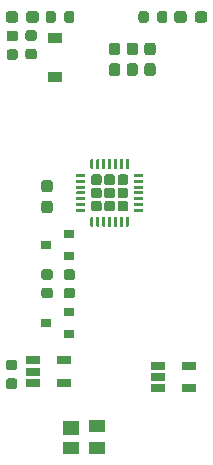
<source format=gbr>
G04 #@! TF.GenerationSoftware,KiCad,Pcbnew,(5.0.1)-4*
G04 #@! TF.CreationDate,2019-08-26T10:27:06+03:00*
G04 #@! TF.ProjectId,CP2102-breakout,4350323130322D627265616B6F75742E,rev?*
G04 #@! TF.SameCoordinates,Original*
G04 #@! TF.FileFunction,Paste,Top*
G04 #@! TF.FilePolarity,Positive*
%FSLAX46Y46*%
G04 Gerber Fmt 4.6, Leading zero omitted, Abs format (unit mm)*
G04 Created by KiCad (PCBNEW (5.0.1)-4) date 26/08/2019 10:27:06*
%MOMM*%
%LPD*%
G01*
G04 APERTURE LIST*
%ADD10C,0.100000*%
%ADD11C,0.950000*%
%ADD12R,1.400000X1.200000*%
%ADD13R,1.400000X1.000000*%
%ADD14R,1.220000X0.650000*%
%ADD15C,0.250000*%
%ADD16C,0.900000*%
%ADD17R,1.200000X0.900000*%
%ADD18R,0.900000X0.800000*%
%ADD19C,0.875000*%
G04 APERTURE END LIST*
D10*
G04 #@! TO.C,D1*
G36*
X52305779Y-19226144D02*
X52328834Y-19229563D01*
X52351443Y-19235227D01*
X52373387Y-19243079D01*
X52394457Y-19253044D01*
X52414448Y-19265026D01*
X52433168Y-19278910D01*
X52450438Y-19294562D01*
X52466090Y-19311832D01*
X52479974Y-19330552D01*
X52491956Y-19350543D01*
X52501921Y-19371613D01*
X52509773Y-19393557D01*
X52515437Y-19416166D01*
X52518856Y-19439221D01*
X52520000Y-19462500D01*
X52520000Y-19937500D01*
X52518856Y-19960779D01*
X52515437Y-19983834D01*
X52509773Y-20006443D01*
X52501921Y-20028387D01*
X52491956Y-20049457D01*
X52479974Y-20069448D01*
X52466090Y-20088168D01*
X52450438Y-20105438D01*
X52433168Y-20121090D01*
X52414448Y-20134974D01*
X52394457Y-20146956D01*
X52373387Y-20156921D01*
X52351443Y-20164773D01*
X52328834Y-20170437D01*
X52305779Y-20173856D01*
X52282500Y-20175000D01*
X51707500Y-20175000D01*
X51684221Y-20173856D01*
X51661166Y-20170437D01*
X51638557Y-20164773D01*
X51616613Y-20156921D01*
X51595543Y-20146956D01*
X51575552Y-20134974D01*
X51556832Y-20121090D01*
X51539562Y-20105438D01*
X51523910Y-20088168D01*
X51510026Y-20069448D01*
X51498044Y-20049457D01*
X51488079Y-20028387D01*
X51480227Y-20006443D01*
X51474563Y-19983834D01*
X51471144Y-19960779D01*
X51470000Y-19937500D01*
X51470000Y-19462500D01*
X51471144Y-19439221D01*
X51474563Y-19416166D01*
X51480227Y-19393557D01*
X51488079Y-19371613D01*
X51498044Y-19350543D01*
X51510026Y-19330552D01*
X51523910Y-19311832D01*
X51539562Y-19294562D01*
X51556832Y-19278910D01*
X51575552Y-19265026D01*
X51595543Y-19253044D01*
X51616613Y-19243079D01*
X51638557Y-19235227D01*
X51661166Y-19229563D01*
X51684221Y-19226144D01*
X51707500Y-19225000D01*
X52282500Y-19225000D01*
X52305779Y-19226144D01*
X52305779Y-19226144D01*
G37*
D11*
X51995000Y-19700000D03*
D10*
G36*
X54055779Y-19226144D02*
X54078834Y-19229563D01*
X54101443Y-19235227D01*
X54123387Y-19243079D01*
X54144457Y-19253044D01*
X54164448Y-19265026D01*
X54183168Y-19278910D01*
X54200438Y-19294562D01*
X54216090Y-19311832D01*
X54229974Y-19330552D01*
X54241956Y-19350543D01*
X54251921Y-19371613D01*
X54259773Y-19393557D01*
X54265437Y-19416166D01*
X54268856Y-19439221D01*
X54270000Y-19462500D01*
X54270000Y-19937500D01*
X54268856Y-19960779D01*
X54265437Y-19983834D01*
X54259773Y-20006443D01*
X54251921Y-20028387D01*
X54241956Y-20049457D01*
X54229974Y-20069448D01*
X54216090Y-20088168D01*
X54200438Y-20105438D01*
X54183168Y-20121090D01*
X54164448Y-20134974D01*
X54144457Y-20146956D01*
X54123387Y-20156921D01*
X54101443Y-20164773D01*
X54078834Y-20170437D01*
X54055779Y-20173856D01*
X54032500Y-20175000D01*
X53457500Y-20175000D01*
X53434221Y-20173856D01*
X53411166Y-20170437D01*
X53388557Y-20164773D01*
X53366613Y-20156921D01*
X53345543Y-20146956D01*
X53325552Y-20134974D01*
X53306832Y-20121090D01*
X53289562Y-20105438D01*
X53273910Y-20088168D01*
X53260026Y-20069448D01*
X53248044Y-20049457D01*
X53238079Y-20028387D01*
X53230227Y-20006443D01*
X53224563Y-19983834D01*
X53221144Y-19960779D01*
X53220000Y-19937500D01*
X53220000Y-19462500D01*
X53221144Y-19439221D01*
X53224563Y-19416166D01*
X53230227Y-19393557D01*
X53238079Y-19371613D01*
X53248044Y-19350543D01*
X53260026Y-19330552D01*
X53273910Y-19311832D01*
X53289562Y-19294562D01*
X53306832Y-19278910D01*
X53325552Y-19265026D01*
X53345543Y-19253044D01*
X53366613Y-19243079D01*
X53388557Y-19235227D01*
X53411166Y-19229563D01*
X53434221Y-19226144D01*
X53457500Y-19225000D01*
X54032500Y-19225000D01*
X54055779Y-19226144D01*
X54055779Y-19226144D01*
G37*
D11*
X53745000Y-19700000D03*
G04 #@! TD*
D10*
G04 #@! TO.C,D2*
G36*
X38035779Y-19226144D02*
X38058834Y-19229563D01*
X38081443Y-19235227D01*
X38103387Y-19243079D01*
X38124457Y-19253044D01*
X38144448Y-19265026D01*
X38163168Y-19278910D01*
X38180438Y-19294562D01*
X38196090Y-19311832D01*
X38209974Y-19330552D01*
X38221956Y-19350543D01*
X38231921Y-19371613D01*
X38239773Y-19393557D01*
X38245437Y-19416166D01*
X38248856Y-19439221D01*
X38250000Y-19462500D01*
X38250000Y-19937500D01*
X38248856Y-19960779D01*
X38245437Y-19983834D01*
X38239773Y-20006443D01*
X38231921Y-20028387D01*
X38221956Y-20049457D01*
X38209974Y-20069448D01*
X38196090Y-20088168D01*
X38180438Y-20105438D01*
X38163168Y-20121090D01*
X38144448Y-20134974D01*
X38124457Y-20146956D01*
X38103387Y-20156921D01*
X38081443Y-20164773D01*
X38058834Y-20170437D01*
X38035779Y-20173856D01*
X38012500Y-20175000D01*
X37437500Y-20175000D01*
X37414221Y-20173856D01*
X37391166Y-20170437D01*
X37368557Y-20164773D01*
X37346613Y-20156921D01*
X37325543Y-20146956D01*
X37305552Y-20134974D01*
X37286832Y-20121090D01*
X37269562Y-20105438D01*
X37253910Y-20088168D01*
X37240026Y-20069448D01*
X37228044Y-20049457D01*
X37218079Y-20028387D01*
X37210227Y-20006443D01*
X37204563Y-19983834D01*
X37201144Y-19960779D01*
X37200000Y-19937500D01*
X37200000Y-19462500D01*
X37201144Y-19439221D01*
X37204563Y-19416166D01*
X37210227Y-19393557D01*
X37218079Y-19371613D01*
X37228044Y-19350543D01*
X37240026Y-19330552D01*
X37253910Y-19311832D01*
X37269562Y-19294562D01*
X37286832Y-19278910D01*
X37305552Y-19265026D01*
X37325543Y-19253044D01*
X37346613Y-19243079D01*
X37368557Y-19235227D01*
X37391166Y-19229563D01*
X37414221Y-19226144D01*
X37437500Y-19225000D01*
X38012500Y-19225000D01*
X38035779Y-19226144D01*
X38035779Y-19226144D01*
G37*
D11*
X37725000Y-19700000D03*
D10*
G36*
X39785779Y-19226144D02*
X39808834Y-19229563D01*
X39831443Y-19235227D01*
X39853387Y-19243079D01*
X39874457Y-19253044D01*
X39894448Y-19265026D01*
X39913168Y-19278910D01*
X39930438Y-19294562D01*
X39946090Y-19311832D01*
X39959974Y-19330552D01*
X39971956Y-19350543D01*
X39981921Y-19371613D01*
X39989773Y-19393557D01*
X39995437Y-19416166D01*
X39998856Y-19439221D01*
X40000000Y-19462500D01*
X40000000Y-19937500D01*
X39998856Y-19960779D01*
X39995437Y-19983834D01*
X39989773Y-20006443D01*
X39981921Y-20028387D01*
X39971956Y-20049457D01*
X39959974Y-20069448D01*
X39946090Y-20088168D01*
X39930438Y-20105438D01*
X39913168Y-20121090D01*
X39894448Y-20134974D01*
X39874457Y-20146956D01*
X39853387Y-20156921D01*
X39831443Y-20164773D01*
X39808834Y-20170437D01*
X39785779Y-20173856D01*
X39762500Y-20175000D01*
X39187500Y-20175000D01*
X39164221Y-20173856D01*
X39141166Y-20170437D01*
X39118557Y-20164773D01*
X39096613Y-20156921D01*
X39075543Y-20146956D01*
X39055552Y-20134974D01*
X39036832Y-20121090D01*
X39019562Y-20105438D01*
X39003910Y-20088168D01*
X38990026Y-20069448D01*
X38978044Y-20049457D01*
X38968079Y-20028387D01*
X38960227Y-20006443D01*
X38954563Y-19983834D01*
X38951144Y-19960779D01*
X38950000Y-19937500D01*
X38950000Y-19462500D01*
X38951144Y-19439221D01*
X38954563Y-19416166D01*
X38960227Y-19393557D01*
X38968079Y-19371613D01*
X38978044Y-19350543D01*
X38990026Y-19330552D01*
X39003910Y-19311832D01*
X39019562Y-19294562D01*
X39036832Y-19278910D01*
X39055552Y-19265026D01*
X39075543Y-19253044D01*
X39096613Y-19243079D01*
X39118557Y-19235227D01*
X39141166Y-19229563D01*
X39164221Y-19226144D01*
X39187500Y-19225000D01*
X39762500Y-19225000D01*
X39785779Y-19226144D01*
X39785779Y-19226144D01*
G37*
D11*
X39475000Y-19700000D03*
G04 #@! TD*
D12*
G04 #@! TO.C,D3*
X42715000Y-54475000D03*
D13*
X42715000Y-56195000D03*
X44915000Y-56195000D03*
X44915000Y-54295000D03*
G04 #@! TD*
D14*
G04 #@! TO.C,U5*
X52745000Y-49215000D03*
X52745000Y-51115000D03*
X50125000Y-51115000D03*
X50125000Y-50165000D03*
X50125000Y-49215000D03*
G04 #@! TD*
G04 #@! TO.C,U4*
X42125000Y-48775000D03*
X42125000Y-50675000D03*
X39505000Y-50675000D03*
X39505000Y-49725000D03*
X39505000Y-48775000D03*
G04 #@! TD*
D10*
G04 #@! TO.C,U3*
G36*
X43893626Y-35975301D02*
X43899693Y-35976201D01*
X43905643Y-35977691D01*
X43911418Y-35979758D01*
X43916962Y-35982380D01*
X43922223Y-35985533D01*
X43927150Y-35989187D01*
X43931694Y-35993306D01*
X43935813Y-35997850D01*
X43939467Y-36002777D01*
X43942620Y-36008038D01*
X43945242Y-36013582D01*
X43947309Y-36019357D01*
X43948799Y-36025307D01*
X43949699Y-36031374D01*
X43950000Y-36037500D01*
X43950000Y-36162500D01*
X43949699Y-36168626D01*
X43948799Y-36174693D01*
X43947309Y-36180643D01*
X43945242Y-36186418D01*
X43942620Y-36191962D01*
X43939467Y-36197223D01*
X43935813Y-36202150D01*
X43931694Y-36206694D01*
X43927150Y-36210813D01*
X43922223Y-36214467D01*
X43916962Y-36217620D01*
X43911418Y-36220242D01*
X43905643Y-36222309D01*
X43899693Y-36223799D01*
X43893626Y-36224699D01*
X43887500Y-36225000D01*
X43212500Y-36225000D01*
X43206374Y-36224699D01*
X43200307Y-36223799D01*
X43194357Y-36222309D01*
X43188582Y-36220242D01*
X43183038Y-36217620D01*
X43177777Y-36214467D01*
X43172850Y-36210813D01*
X43168306Y-36206694D01*
X43164187Y-36202150D01*
X43160533Y-36197223D01*
X43157380Y-36191962D01*
X43154758Y-36186418D01*
X43152691Y-36180643D01*
X43151201Y-36174693D01*
X43150301Y-36168626D01*
X43150000Y-36162500D01*
X43150000Y-36037500D01*
X43150301Y-36031374D01*
X43151201Y-36025307D01*
X43152691Y-36019357D01*
X43154758Y-36013582D01*
X43157380Y-36008038D01*
X43160533Y-36002777D01*
X43164187Y-35997850D01*
X43168306Y-35993306D01*
X43172850Y-35989187D01*
X43177777Y-35985533D01*
X43183038Y-35982380D01*
X43188582Y-35979758D01*
X43194357Y-35977691D01*
X43200307Y-35976201D01*
X43206374Y-35975301D01*
X43212500Y-35975000D01*
X43887500Y-35975000D01*
X43893626Y-35975301D01*
X43893626Y-35975301D01*
G37*
D15*
X43550000Y-36100000D03*
D10*
G36*
X43893626Y-35475301D02*
X43899693Y-35476201D01*
X43905643Y-35477691D01*
X43911418Y-35479758D01*
X43916962Y-35482380D01*
X43922223Y-35485533D01*
X43927150Y-35489187D01*
X43931694Y-35493306D01*
X43935813Y-35497850D01*
X43939467Y-35502777D01*
X43942620Y-35508038D01*
X43945242Y-35513582D01*
X43947309Y-35519357D01*
X43948799Y-35525307D01*
X43949699Y-35531374D01*
X43950000Y-35537500D01*
X43950000Y-35662500D01*
X43949699Y-35668626D01*
X43948799Y-35674693D01*
X43947309Y-35680643D01*
X43945242Y-35686418D01*
X43942620Y-35691962D01*
X43939467Y-35697223D01*
X43935813Y-35702150D01*
X43931694Y-35706694D01*
X43927150Y-35710813D01*
X43922223Y-35714467D01*
X43916962Y-35717620D01*
X43911418Y-35720242D01*
X43905643Y-35722309D01*
X43899693Y-35723799D01*
X43893626Y-35724699D01*
X43887500Y-35725000D01*
X43212500Y-35725000D01*
X43206374Y-35724699D01*
X43200307Y-35723799D01*
X43194357Y-35722309D01*
X43188582Y-35720242D01*
X43183038Y-35717620D01*
X43177777Y-35714467D01*
X43172850Y-35710813D01*
X43168306Y-35706694D01*
X43164187Y-35702150D01*
X43160533Y-35697223D01*
X43157380Y-35691962D01*
X43154758Y-35686418D01*
X43152691Y-35680643D01*
X43151201Y-35674693D01*
X43150301Y-35668626D01*
X43150000Y-35662500D01*
X43150000Y-35537500D01*
X43150301Y-35531374D01*
X43151201Y-35525307D01*
X43152691Y-35519357D01*
X43154758Y-35513582D01*
X43157380Y-35508038D01*
X43160533Y-35502777D01*
X43164187Y-35497850D01*
X43168306Y-35493306D01*
X43172850Y-35489187D01*
X43177777Y-35485533D01*
X43183038Y-35482380D01*
X43188582Y-35479758D01*
X43194357Y-35477691D01*
X43200307Y-35476201D01*
X43206374Y-35475301D01*
X43212500Y-35475000D01*
X43887500Y-35475000D01*
X43893626Y-35475301D01*
X43893626Y-35475301D01*
G37*
D15*
X43550000Y-35600000D03*
D10*
G36*
X43893626Y-34975301D02*
X43899693Y-34976201D01*
X43905643Y-34977691D01*
X43911418Y-34979758D01*
X43916962Y-34982380D01*
X43922223Y-34985533D01*
X43927150Y-34989187D01*
X43931694Y-34993306D01*
X43935813Y-34997850D01*
X43939467Y-35002777D01*
X43942620Y-35008038D01*
X43945242Y-35013582D01*
X43947309Y-35019357D01*
X43948799Y-35025307D01*
X43949699Y-35031374D01*
X43950000Y-35037500D01*
X43950000Y-35162500D01*
X43949699Y-35168626D01*
X43948799Y-35174693D01*
X43947309Y-35180643D01*
X43945242Y-35186418D01*
X43942620Y-35191962D01*
X43939467Y-35197223D01*
X43935813Y-35202150D01*
X43931694Y-35206694D01*
X43927150Y-35210813D01*
X43922223Y-35214467D01*
X43916962Y-35217620D01*
X43911418Y-35220242D01*
X43905643Y-35222309D01*
X43899693Y-35223799D01*
X43893626Y-35224699D01*
X43887500Y-35225000D01*
X43212500Y-35225000D01*
X43206374Y-35224699D01*
X43200307Y-35223799D01*
X43194357Y-35222309D01*
X43188582Y-35220242D01*
X43183038Y-35217620D01*
X43177777Y-35214467D01*
X43172850Y-35210813D01*
X43168306Y-35206694D01*
X43164187Y-35202150D01*
X43160533Y-35197223D01*
X43157380Y-35191962D01*
X43154758Y-35186418D01*
X43152691Y-35180643D01*
X43151201Y-35174693D01*
X43150301Y-35168626D01*
X43150000Y-35162500D01*
X43150000Y-35037500D01*
X43150301Y-35031374D01*
X43151201Y-35025307D01*
X43152691Y-35019357D01*
X43154758Y-35013582D01*
X43157380Y-35008038D01*
X43160533Y-35002777D01*
X43164187Y-34997850D01*
X43168306Y-34993306D01*
X43172850Y-34989187D01*
X43177777Y-34985533D01*
X43183038Y-34982380D01*
X43188582Y-34979758D01*
X43194357Y-34977691D01*
X43200307Y-34976201D01*
X43206374Y-34975301D01*
X43212500Y-34975000D01*
X43887500Y-34975000D01*
X43893626Y-34975301D01*
X43893626Y-34975301D01*
G37*
D15*
X43550000Y-35100000D03*
D10*
G36*
X43893626Y-34475301D02*
X43899693Y-34476201D01*
X43905643Y-34477691D01*
X43911418Y-34479758D01*
X43916962Y-34482380D01*
X43922223Y-34485533D01*
X43927150Y-34489187D01*
X43931694Y-34493306D01*
X43935813Y-34497850D01*
X43939467Y-34502777D01*
X43942620Y-34508038D01*
X43945242Y-34513582D01*
X43947309Y-34519357D01*
X43948799Y-34525307D01*
X43949699Y-34531374D01*
X43950000Y-34537500D01*
X43950000Y-34662500D01*
X43949699Y-34668626D01*
X43948799Y-34674693D01*
X43947309Y-34680643D01*
X43945242Y-34686418D01*
X43942620Y-34691962D01*
X43939467Y-34697223D01*
X43935813Y-34702150D01*
X43931694Y-34706694D01*
X43927150Y-34710813D01*
X43922223Y-34714467D01*
X43916962Y-34717620D01*
X43911418Y-34720242D01*
X43905643Y-34722309D01*
X43899693Y-34723799D01*
X43893626Y-34724699D01*
X43887500Y-34725000D01*
X43212500Y-34725000D01*
X43206374Y-34724699D01*
X43200307Y-34723799D01*
X43194357Y-34722309D01*
X43188582Y-34720242D01*
X43183038Y-34717620D01*
X43177777Y-34714467D01*
X43172850Y-34710813D01*
X43168306Y-34706694D01*
X43164187Y-34702150D01*
X43160533Y-34697223D01*
X43157380Y-34691962D01*
X43154758Y-34686418D01*
X43152691Y-34680643D01*
X43151201Y-34674693D01*
X43150301Y-34668626D01*
X43150000Y-34662500D01*
X43150000Y-34537500D01*
X43150301Y-34531374D01*
X43151201Y-34525307D01*
X43152691Y-34519357D01*
X43154758Y-34513582D01*
X43157380Y-34508038D01*
X43160533Y-34502777D01*
X43164187Y-34497850D01*
X43168306Y-34493306D01*
X43172850Y-34489187D01*
X43177777Y-34485533D01*
X43183038Y-34482380D01*
X43188582Y-34479758D01*
X43194357Y-34477691D01*
X43200307Y-34476201D01*
X43206374Y-34475301D01*
X43212500Y-34475000D01*
X43887500Y-34475000D01*
X43893626Y-34475301D01*
X43893626Y-34475301D01*
G37*
D15*
X43550000Y-34600000D03*
D10*
G36*
X43893626Y-33975301D02*
X43899693Y-33976201D01*
X43905643Y-33977691D01*
X43911418Y-33979758D01*
X43916962Y-33982380D01*
X43922223Y-33985533D01*
X43927150Y-33989187D01*
X43931694Y-33993306D01*
X43935813Y-33997850D01*
X43939467Y-34002777D01*
X43942620Y-34008038D01*
X43945242Y-34013582D01*
X43947309Y-34019357D01*
X43948799Y-34025307D01*
X43949699Y-34031374D01*
X43950000Y-34037500D01*
X43950000Y-34162500D01*
X43949699Y-34168626D01*
X43948799Y-34174693D01*
X43947309Y-34180643D01*
X43945242Y-34186418D01*
X43942620Y-34191962D01*
X43939467Y-34197223D01*
X43935813Y-34202150D01*
X43931694Y-34206694D01*
X43927150Y-34210813D01*
X43922223Y-34214467D01*
X43916962Y-34217620D01*
X43911418Y-34220242D01*
X43905643Y-34222309D01*
X43899693Y-34223799D01*
X43893626Y-34224699D01*
X43887500Y-34225000D01*
X43212500Y-34225000D01*
X43206374Y-34224699D01*
X43200307Y-34223799D01*
X43194357Y-34222309D01*
X43188582Y-34220242D01*
X43183038Y-34217620D01*
X43177777Y-34214467D01*
X43172850Y-34210813D01*
X43168306Y-34206694D01*
X43164187Y-34202150D01*
X43160533Y-34197223D01*
X43157380Y-34191962D01*
X43154758Y-34186418D01*
X43152691Y-34180643D01*
X43151201Y-34174693D01*
X43150301Y-34168626D01*
X43150000Y-34162500D01*
X43150000Y-34037500D01*
X43150301Y-34031374D01*
X43151201Y-34025307D01*
X43152691Y-34019357D01*
X43154758Y-34013582D01*
X43157380Y-34008038D01*
X43160533Y-34002777D01*
X43164187Y-33997850D01*
X43168306Y-33993306D01*
X43172850Y-33989187D01*
X43177777Y-33985533D01*
X43183038Y-33982380D01*
X43188582Y-33979758D01*
X43194357Y-33977691D01*
X43200307Y-33976201D01*
X43206374Y-33975301D01*
X43212500Y-33975000D01*
X43887500Y-33975000D01*
X43893626Y-33975301D01*
X43893626Y-33975301D01*
G37*
D15*
X43550000Y-34100000D03*
D10*
G36*
X43893626Y-33475301D02*
X43899693Y-33476201D01*
X43905643Y-33477691D01*
X43911418Y-33479758D01*
X43916962Y-33482380D01*
X43922223Y-33485533D01*
X43927150Y-33489187D01*
X43931694Y-33493306D01*
X43935813Y-33497850D01*
X43939467Y-33502777D01*
X43942620Y-33508038D01*
X43945242Y-33513582D01*
X43947309Y-33519357D01*
X43948799Y-33525307D01*
X43949699Y-33531374D01*
X43950000Y-33537500D01*
X43950000Y-33662500D01*
X43949699Y-33668626D01*
X43948799Y-33674693D01*
X43947309Y-33680643D01*
X43945242Y-33686418D01*
X43942620Y-33691962D01*
X43939467Y-33697223D01*
X43935813Y-33702150D01*
X43931694Y-33706694D01*
X43927150Y-33710813D01*
X43922223Y-33714467D01*
X43916962Y-33717620D01*
X43911418Y-33720242D01*
X43905643Y-33722309D01*
X43899693Y-33723799D01*
X43893626Y-33724699D01*
X43887500Y-33725000D01*
X43212500Y-33725000D01*
X43206374Y-33724699D01*
X43200307Y-33723799D01*
X43194357Y-33722309D01*
X43188582Y-33720242D01*
X43183038Y-33717620D01*
X43177777Y-33714467D01*
X43172850Y-33710813D01*
X43168306Y-33706694D01*
X43164187Y-33702150D01*
X43160533Y-33697223D01*
X43157380Y-33691962D01*
X43154758Y-33686418D01*
X43152691Y-33680643D01*
X43151201Y-33674693D01*
X43150301Y-33668626D01*
X43150000Y-33662500D01*
X43150000Y-33537500D01*
X43150301Y-33531374D01*
X43151201Y-33525307D01*
X43152691Y-33519357D01*
X43154758Y-33513582D01*
X43157380Y-33508038D01*
X43160533Y-33502777D01*
X43164187Y-33497850D01*
X43168306Y-33493306D01*
X43172850Y-33489187D01*
X43177777Y-33485533D01*
X43183038Y-33482380D01*
X43188582Y-33479758D01*
X43194357Y-33477691D01*
X43200307Y-33476201D01*
X43206374Y-33475301D01*
X43212500Y-33475000D01*
X43887500Y-33475000D01*
X43893626Y-33475301D01*
X43893626Y-33475301D01*
G37*
D15*
X43550000Y-33600000D03*
D10*
G36*
X43893626Y-32975301D02*
X43899693Y-32976201D01*
X43905643Y-32977691D01*
X43911418Y-32979758D01*
X43916962Y-32982380D01*
X43922223Y-32985533D01*
X43927150Y-32989187D01*
X43931694Y-32993306D01*
X43935813Y-32997850D01*
X43939467Y-33002777D01*
X43942620Y-33008038D01*
X43945242Y-33013582D01*
X43947309Y-33019357D01*
X43948799Y-33025307D01*
X43949699Y-33031374D01*
X43950000Y-33037500D01*
X43950000Y-33162500D01*
X43949699Y-33168626D01*
X43948799Y-33174693D01*
X43947309Y-33180643D01*
X43945242Y-33186418D01*
X43942620Y-33191962D01*
X43939467Y-33197223D01*
X43935813Y-33202150D01*
X43931694Y-33206694D01*
X43927150Y-33210813D01*
X43922223Y-33214467D01*
X43916962Y-33217620D01*
X43911418Y-33220242D01*
X43905643Y-33222309D01*
X43899693Y-33223799D01*
X43893626Y-33224699D01*
X43887500Y-33225000D01*
X43212500Y-33225000D01*
X43206374Y-33224699D01*
X43200307Y-33223799D01*
X43194357Y-33222309D01*
X43188582Y-33220242D01*
X43183038Y-33217620D01*
X43177777Y-33214467D01*
X43172850Y-33210813D01*
X43168306Y-33206694D01*
X43164187Y-33202150D01*
X43160533Y-33197223D01*
X43157380Y-33191962D01*
X43154758Y-33186418D01*
X43152691Y-33180643D01*
X43151201Y-33174693D01*
X43150301Y-33168626D01*
X43150000Y-33162500D01*
X43150000Y-33037500D01*
X43150301Y-33031374D01*
X43151201Y-33025307D01*
X43152691Y-33019357D01*
X43154758Y-33013582D01*
X43157380Y-33008038D01*
X43160533Y-33002777D01*
X43164187Y-32997850D01*
X43168306Y-32993306D01*
X43172850Y-32989187D01*
X43177777Y-32985533D01*
X43183038Y-32982380D01*
X43188582Y-32979758D01*
X43194357Y-32977691D01*
X43200307Y-32976201D01*
X43206374Y-32975301D01*
X43212500Y-32975000D01*
X43887500Y-32975000D01*
X43893626Y-32975301D01*
X43893626Y-32975301D01*
G37*
D15*
X43550000Y-33100000D03*
D10*
G36*
X44568626Y-31750301D02*
X44574693Y-31751201D01*
X44580643Y-31752691D01*
X44586418Y-31754758D01*
X44591962Y-31757380D01*
X44597223Y-31760533D01*
X44602150Y-31764187D01*
X44606694Y-31768306D01*
X44610813Y-31772850D01*
X44614467Y-31777777D01*
X44617620Y-31783038D01*
X44620242Y-31788582D01*
X44622309Y-31794357D01*
X44623799Y-31800307D01*
X44624699Y-31806374D01*
X44625000Y-31812500D01*
X44625000Y-32487500D01*
X44624699Y-32493626D01*
X44623799Y-32499693D01*
X44622309Y-32505643D01*
X44620242Y-32511418D01*
X44617620Y-32516962D01*
X44614467Y-32522223D01*
X44610813Y-32527150D01*
X44606694Y-32531694D01*
X44602150Y-32535813D01*
X44597223Y-32539467D01*
X44591962Y-32542620D01*
X44586418Y-32545242D01*
X44580643Y-32547309D01*
X44574693Y-32548799D01*
X44568626Y-32549699D01*
X44562500Y-32550000D01*
X44437500Y-32550000D01*
X44431374Y-32549699D01*
X44425307Y-32548799D01*
X44419357Y-32547309D01*
X44413582Y-32545242D01*
X44408038Y-32542620D01*
X44402777Y-32539467D01*
X44397850Y-32535813D01*
X44393306Y-32531694D01*
X44389187Y-32527150D01*
X44385533Y-32522223D01*
X44382380Y-32516962D01*
X44379758Y-32511418D01*
X44377691Y-32505643D01*
X44376201Y-32499693D01*
X44375301Y-32493626D01*
X44375000Y-32487500D01*
X44375000Y-31812500D01*
X44375301Y-31806374D01*
X44376201Y-31800307D01*
X44377691Y-31794357D01*
X44379758Y-31788582D01*
X44382380Y-31783038D01*
X44385533Y-31777777D01*
X44389187Y-31772850D01*
X44393306Y-31768306D01*
X44397850Y-31764187D01*
X44402777Y-31760533D01*
X44408038Y-31757380D01*
X44413582Y-31754758D01*
X44419357Y-31752691D01*
X44425307Y-31751201D01*
X44431374Y-31750301D01*
X44437500Y-31750000D01*
X44562500Y-31750000D01*
X44568626Y-31750301D01*
X44568626Y-31750301D01*
G37*
D15*
X44500000Y-32150000D03*
D10*
G36*
X45068626Y-31750301D02*
X45074693Y-31751201D01*
X45080643Y-31752691D01*
X45086418Y-31754758D01*
X45091962Y-31757380D01*
X45097223Y-31760533D01*
X45102150Y-31764187D01*
X45106694Y-31768306D01*
X45110813Y-31772850D01*
X45114467Y-31777777D01*
X45117620Y-31783038D01*
X45120242Y-31788582D01*
X45122309Y-31794357D01*
X45123799Y-31800307D01*
X45124699Y-31806374D01*
X45125000Y-31812500D01*
X45125000Y-32487500D01*
X45124699Y-32493626D01*
X45123799Y-32499693D01*
X45122309Y-32505643D01*
X45120242Y-32511418D01*
X45117620Y-32516962D01*
X45114467Y-32522223D01*
X45110813Y-32527150D01*
X45106694Y-32531694D01*
X45102150Y-32535813D01*
X45097223Y-32539467D01*
X45091962Y-32542620D01*
X45086418Y-32545242D01*
X45080643Y-32547309D01*
X45074693Y-32548799D01*
X45068626Y-32549699D01*
X45062500Y-32550000D01*
X44937500Y-32550000D01*
X44931374Y-32549699D01*
X44925307Y-32548799D01*
X44919357Y-32547309D01*
X44913582Y-32545242D01*
X44908038Y-32542620D01*
X44902777Y-32539467D01*
X44897850Y-32535813D01*
X44893306Y-32531694D01*
X44889187Y-32527150D01*
X44885533Y-32522223D01*
X44882380Y-32516962D01*
X44879758Y-32511418D01*
X44877691Y-32505643D01*
X44876201Y-32499693D01*
X44875301Y-32493626D01*
X44875000Y-32487500D01*
X44875000Y-31812500D01*
X44875301Y-31806374D01*
X44876201Y-31800307D01*
X44877691Y-31794357D01*
X44879758Y-31788582D01*
X44882380Y-31783038D01*
X44885533Y-31777777D01*
X44889187Y-31772850D01*
X44893306Y-31768306D01*
X44897850Y-31764187D01*
X44902777Y-31760533D01*
X44908038Y-31757380D01*
X44913582Y-31754758D01*
X44919357Y-31752691D01*
X44925307Y-31751201D01*
X44931374Y-31750301D01*
X44937500Y-31750000D01*
X45062500Y-31750000D01*
X45068626Y-31750301D01*
X45068626Y-31750301D01*
G37*
D15*
X45000000Y-32150000D03*
D10*
G36*
X45568626Y-31750301D02*
X45574693Y-31751201D01*
X45580643Y-31752691D01*
X45586418Y-31754758D01*
X45591962Y-31757380D01*
X45597223Y-31760533D01*
X45602150Y-31764187D01*
X45606694Y-31768306D01*
X45610813Y-31772850D01*
X45614467Y-31777777D01*
X45617620Y-31783038D01*
X45620242Y-31788582D01*
X45622309Y-31794357D01*
X45623799Y-31800307D01*
X45624699Y-31806374D01*
X45625000Y-31812500D01*
X45625000Y-32487500D01*
X45624699Y-32493626D01*
X45623799Y-32499693D01*
X45622309Y-32505643D01*
X45620242Y-32511418D01*
X45617620Y-32516962D01*
X45614467Y-32522223D01*
X45610813Y-32527150D01*
X45606694Y-32531694D01*
X45602150Y-32535813D01*
X45597223Y-32539467D01*
X45591962Y-32542620D01*
X45586418Y-32545242D01*
X45580643Y-32547309D01*
X45574693Y-32548799D01*
X45568626Y-32549699D01*
X45562500Y-32550000D01*
X45437500Y-32550000D01*
X45431374Y-32549699D01*
X45425307Y-32548799D01*
X45419357Y-32547309D01*
X45413582Y-32545242D01*
X45408038Y-32542620D01*
X45402777Y-32539467D01*
X45397850Y-32535813D01*
X45393306Y-32531694D01*
X45389187Y-32527150D01*
X45385533Y-32522223D01*
X45382380Y-32516962D01*
X45379758Y-32511418D01*
X45377691Y-32505643D01*
X45376201Y-32499693D01*
X45375301Y-32493626D01*
X45375000Y-32487500D01*
X45375000Y-31812500D01*
X45375301Y-31806374D01*
X45376201Y-31800307D01*
X45377691Y-31794357D01*
X45379758Y-31788582D01*
X45382380Y-31783038D01*
X45385533Y-31777777D01*
X45389187Y-31772850D01*
X45393306Y-31768306D01*
X45397850Y-31764187D01*
X45402777Y-31760533D01*
X45408038Y-31757380D01*
X45413582Y-31754758D01*
X45419357Y-31752691D01*
X45425307Y-31751201D01*
X45431374Y-31750301D01*
X45437500Y-31750000D01*
X45562500Y-31750000D01*
X45568626Y-31750301D01*
X45568626Y-31750301D01*
G37*
D15*
X45500000Y-32150000D03*
D10*
G36*
X46068626Y-31750301D02*
X46074693Y-31751201D01*
X46080643Y-31752691D01*
X46086418Y-31754758D01*
X46091962Y-31757380D01*
X46097223Y-31760533D01*
X46102150Y-31764187D01*
X46106694Y-31768306D01*
X46110813Y-31772850D01*
X46114467Y-31777777D01*
X46117620Y-31783038D01*
X46120242Y-31788582D01*
X46122309Y-31794357D01*
X46123799Y-31800307D01*
X46124699Y-31806374D01*
X46125000Y-31812500D01*
X46125000Y-32487500D01*
X46124699Y-32493626D01*
X46123799Y-32499693D01*
X46122309Y-32505643D01*
X46120242Y-32511418D01*
X46117620Y-32516962D01*
X46114467Y-32522223D01*
X46110813Y-32527150D01*
X46106694Y-32531694D01*
X46102150Y-32535813D01*
X46097223Y-32539467D01*
X46091962Y-32542620D01*
X46086418Y-32545242D01*
X46080643Y-32547309D01*
X46074693Y-32548799D01*
X46068626Y-32549699D01*
X46062500Y-32550000D01*
X45937500Y-32550000D01*
X45931374Y-32549699D01*
X45925307Y-32548799D01*
X45919357Y-32547309D01*
X45913582Y-32545242D01*
X45908038Y-32542620D01*
X45902777Y-32539467D01*
X45897850Y-32535813D01*
X45893306Y-32531694D01*
X45889187Y-32527150D01*
X45885533Y-32522223D01*
X45882380Y-32516962D01*
X45879758Y-32511418D01*
X45877691Y-32505643D01*
X45876201Y-32499693D01*
X45875301Y-32493626D01*
X45875000Y-32487500D01*
X45875000Y-31812500D01*
X45875301Y-31806374D01*
X45876201Y-31800307D01*
X45877691Y-31794357D01*
X45879758Y-31788582D01*
X45882380Y-31783038D01*
X45885533Y-31777777D01*
X45889187Y-31772850D01*
X45893306Y-31768306D01*
X45897850Y-31764187D01*
X45902777Y-31760533D01*
X45908038Y-31757380D01*
X45913582Y-31754758D01*
X45919357Y-31752691D01*
X45925307Y-31751201D01*
X45931374Y-31750301D01*
X45937500Y-31750000D01*
X46062500Y-31750000D01*
X46068626Y-31750301D01*
X46068626Y-31750301D01*
G37*
D15*
X46000000Y-32150000D03*
D10*
G36*
X46568626Y-31750301D02*
X46574693Y-31751201D01*
X46580643Y-31752691D01*
X46586418Y-31754758D01*
X46591962Y-31757380D01*
X46597223Y-31760533D01*
X46602150Y-31764187D01*
X46606694Y-31768306D01*
X46610813Y-31772850D01*
X46614467Y-31777777D01*
X46617620Y-31783038D01*
X46620242Y-31788582D01*
X46622309Y-31794357D01*
X46623799Y-31800307D01*
X46624699Y-31806374D01*
X46625000Y-31812500D01*
X46625000Y-32487500D01*
X46624699Y-32493626D01*
X46623799Y-32499693D01*
X46622309Y-32505643D01*
X46620242Y-32511418D01*
X46617620Y-32516962D01*
X46614467Y-32522223D01*
X46610813Y-32527150D01*
X46606694Y-32531694D01*
X46602150Y-32535813D01*
X46597223Y-32539467D01*
X46591962Y-32542620D01*
X46586418Y-32545242D01*
X46580643Y-32547309D01*
X46574693Y-32548799D01*
X46568626Y-32549699D01*
X46562500Y-32550000D01*
X46437500Y-32550000D01*
X46431374Y-32549699D01*
X46425307Y-32548799D01*
X46419357Y-32547309D01*
X46413582Y-32545242D01*
X46408038Y-32542620D01*
X46402777Y-32539467D01*
X46397850Y-32535813D01*
X46393306Y-32531694D01*
X46389187Y-32527150D01*
X46385533Y-32522223D01*
X46382380Y-32516962D01*
X46379758Y-32511418D01*
X46377691Y-32505643D01*
X46376201Y-32499693D01*
X46375301Y-32493626D01*
X46375000Y-32487500D01*
X46375000Y-31812500D01*
X46375301Y-31806374D01*
X46376201Y-31800307D01*
X46377691Y-31794357D01*
X46379758Y-31788582D01*
X46382380Y-31783038D01*
X46385533Y-31777777D01*
X46389187Y-31772850D01*
X46393306Y-31768306D01*
X46397850Y-31764187D01*
X46402777Y-31760533D01*
X46408038Y-31757380D01*
X46413582Y-31754758D01*
X46419357Y-31752691D01*
X46425307Y-31751201D01*
X46431374Y-31750301D01*
X46437500Y-31750000D01*
X46562500Y-31750000D01*
X46568626Y-31750301D01*
X46568626Y-31750301D01*
G37*
D15*
X46500000Y-32150000D03*
D10*
G36*
X47068626Y-31750301D02*
X47074693Y-31751201D01*
X47080643Y-31752691D01*
X47086418Y-31754758D01*
X47091962Y-31757380D01*
X47097223Y-31760533D01*
X47102150Y-31764187D01*
X47106694Y-31768306D01*
X47110813Y-31772850D01*
X47114467Y-31777777D01*
X47117620Y-31783038D01*
X47120242Y-31788582D01*
X47122309Y-31794357D01*
X47123799Y-31800307D01*
X47124699Y-31806374D01*
X47125000Y-31812500D01*
X47125000Y-32487500D01*
X47124699Y-32493626D01*
X47123799Y-32499693D01*
X47122309Y-32505643D01*
X47120242Y-32511418D01*
X47117620Y-32516962D01*
X47114467Y-32522223D01*
X47110813Y-32527150D01*
X47106694Y-32531694D01*
X47102150Y-32535813D01*
X47097223Y-32539467D01*
X47091962Y-32542620D01*
X47086418Y-32545242D01*
X47080643Y-32547309D01*
X47074693Y-32548799D01*
X47068626Y-32549699D01*
X47062500Y-32550000D01*
X46937500Y-32550000D01*
X46931374Y-32549699D01*
X46925307Y-32548799D01*
X46919357Y-32547309D01*
X46913582Y-32545242D01*
X46908038Y-32542620D01*
X46902777Y-32539467D01*
X46897850Y-32535813D01*
X46893306Y-32531694D01*
X46889187Y-32527150D01*
X46885533Y-32522223D01*
X46882380Y-32516962D01*
X46879758Y-32511418D01*
X46877691Y-32505643D01*
X46876201Y-32499693D01*
X46875301Y-32493626D01*
X46875000Y-32487500D01*
X46875000Y-31812500D01*
X46875301Y-31806374D01*
X46876201Y-31800307D01*
X46877691Y-31794357D01*
X46879758Y-31788582D01*
X46882380Y-31783038D01*
X46885533Y-31777777D01*
X46889187Y-31772850D01*
X46893306Y-31768306D01*
X46897850Y-31764187D01*
X46902777Y-31760533D01*
X46908038Y-31757380D01*
X46913582Y-31754758D01*
X46919357Y-31752691D01*
X46925307Y-31751201D01*
X46931374Y-31750301D01*
X46937500Y-31750000D01*
X47062500Y-31750000D01*
X47068626Y-31750301D01*
X47068626Y-31750301D01*
G37*
D15*
X47000000Y-32150000D03*
D10*
G36*
X47568626Y-31750301D02*
X47574693Y-31751201D01*
X47580643Y-31752691D01*
X47586418Y-31754758D01*
X47591962Y-31757380D01*
X47597223Y-31760533D01*
X47602150Y-31764187D01*
X47606694Y-31768306D01*
X47610813Y-31772850D01*
X47614467Y-31777777D01*
X47617620Y-31783038D01*
X47620242Y-31788582D01*
X47622309Y-31794357D01*
X47623799Y-31800307D01*
X47624699Y-31806374D01*
X47625000Y-31812500D01*
X47625000Y-32487500D01*
X47624699Y-32493626D01*
X47623799Y-32499693D01*
X47622309Y-32505643D01*
X47620242Y-32511418D01*
X47617620Y-32516962D01*
X47614467Y-32522223D01*
X47610813Y-32527150D01*
X47606694Y-32531694D01*
X47602150Y-32535813D01*
X47597223Y-32539467D01*
X47591962Y-32542620D01*
X47586418Y-32545242D01*
X47580643Y-32547309D01*
X47574693Y-32548799D01*
X47568626Y-32549699D01*
X47562500Y-32550000D01*
X47437500Y-32550000D01*
X47431374Y-32549699D01*
X47425307Y-32548799D01*
X47419357Y-32547309D01*
X47413582Y-32545242D01*
X47408038Y-32542620D01*
X47402777Y-32539467D01*
X47397850Y-32535813D01*
X47393306Y-32531694D01*
X47389187Y-32527150D01*
X47385533Y-32522223D01*
X47382380Y-32516962D01*
X47379758Y-32511418D01*
X47377691Y-32505643D01*
X47376201Y-32499693D01*
X47375301Y-32493626D01*
X47375000Y-32487500D01*
X47375000Y-31812500D01*
X47375301Y-31806374D01*
X47376201Y-31800307D01*
X47377691Y-31794357D01*
X47379758Y-31788582D01*
X47382380Y-31783038D01*
X47385533Y-31777777D01*
X47389187Y-31772850D01*
X47393306Y-31768306D01*
X47397850Y-31764187D01*
X47402777Y-31760533D01*
X47408038Y-31757380D01*
X47413582Y-31754758D01*
X47419357Y-31752691D01*
X47425307Y-31751201D01*
X47431374Y-31750301D01*
X47437500Y-31750000D01*
X47562500Y-31750000D01*
X47568626Y-31750301D01*
X47568626Y-31750301D01*
G37*
D15*
X47500000Y-32150000D03*
D10*
G36*
X48793626Y-32975301D02*
X48799693Y-32976201D01*
X48805643Y-32977691D01*
X48811418Y-32979758D01*
X48816962Y-32982380D01*
X48822223Y-32985533D01*
X48827150Y-32989187D01*
X48831694Y-32993306D01*
X48835813Y-32997850D01*
X48839467Y-33002777D01*
X48842620Y-33008038D01*
X48845242Y-33013582D01*
X48847309Y-33019357D01*
X48848799Y-33025307D01*
X48849699Y-33031374D01*
X48850000Y-33037500D01*
X48850000Y-33162500D01*
X48849699Y-33168626D01*
X48848799Y-33174693D01*
X48847309Y-33180643D01*
X48845242Y-33186418D01*
X48842620Y-33191962D01*
X48839467Y-33197223D01*
X48835813Y-33202150D01*
X48831694Y-33206694D01*
X48827150Y-33210813D01*
X48822223Y-33214467D01*
X48816962Y-33217620D01*
X48811418Y-33220242D01*
X48805643Y-33222309D01*
X48799693Y-33223799D01*
X48793626Y-33224699D01*
X48787500Y-33225000D01*
X48112500Y-33225000D01*
X48106374Y-33224699D01*
X48100307Y-33223799D01*
X48094357Y-33222309D01*
X48088582Y-33220242D01*
X48083038Y-33217620D01*
X48077777Y-33214467D01*
X48072850Y-33210813D01*
X48068306Y-33206694D01*
X48064187Y-33202150D01*
X48060533Y-33197223D01*
X48057380Y-33191962D01*
X48054758Y-33186418D01*
X48052691Y-33180643D01*
X48051201Y-33174693D01*
X48050301Y-33168626D01*
X48050000Y-33162500D01*
X48050000Y-33037500D01*
X48050301Y-33031374D01*
X48051201Y-33025307D01*
X48052691Y-33019357D01*
X48054758Y-33013582D01*
X48057380Y-33008038D01*
X48060533Y-33002777D01*
X48064187Y-32997850D01*
X48068306Y-32993306D01*
X48072850Y-32989187D01*
X48077777Y-32985533D01*
X48083038Y-32982380D01*
X48088582Y-32979758D01*
X48094357Y-32977691D01*
X48100307Y-32976201D01*
X48106374Y-32975301D01*
X48112500Y-32975000D01*
X48787500Y-32975000D01*
X48793626Y-32975301D01*
X48793626Y-32975301D01*
G37*
D15*
X48450000Y-33100000D03*
D10*
G36*
X48793626Y-33475301D02*
X48799693Y-33476201D01*
X48805643Y-33477691D01*
X48811418Y-33479758D01*
X48816962Y-33482380D01*
X48822223Y-33485533D01*
X48827150Y-33489187D01*
X48831694Y-33493306D01*
X48835813Y-33497850D01*
X48839467Y-33502777D01*
X48842620Y-33508038D01*
X48845242Y-33513582D01*
X48847309Y-33519357D01*
X48848799Y-33525307D01*
X48849699Y-33531374D01*
X48850000Y-33537500D01*
X48850000Y-33662500D01*
X48849699Y-33668626D01*
X48848799Y-33674693D01*
X48847309Y-33680643D01*
X48845242Y-33686418D01*
X48842620Y-33691962D01*
X48839467Y-33697223D01*
X48835813Y-33702150D01*
X48831694Y-33706694D01*
X48827150Y-33710813D01*
X48822223Y-33714467D01*
X48816962Y-33717620D01*
X48811418Y-33720242D01*
X48805643Y-33722309D01*
X48799693Y-33723799D01*
X48793626Y-33724699D01*
X48787500Y-33725000D01*
X48112500Y-33725000D01*
X48106374Y-33724699D01*
X48100307Y-33723799D01*
X48094357Y-33722309D01*
X48088582Y-33720242D01*
X48083038Y-33717620D01*
X48077777Y-33714467D01*
X48072850Y-33710813D01*
X48068306Y-33706694D01*
X48064187Y-33702150D01*
X48060533Y-33697223D01*
X48057380Y-33691962D01*
X48054758Y-33686418D01*
X48052691Y-33680643D01*
X48051201Y-33674693D01*
X48050301Y-33668626D01*
X48050000Y-33662500D01*
X48050000Y-33537500D01*
X48050301Y-33531374D01*
X48051201Y-33525307D01*
X48052691Y-33519357D01*
X48054758Y-33513582D01*
X48057380Y-33508038D01*
X48060533Y-33502777D01*
X48064187Y-33497850D01*
X48068306Y-33493306D01*
X48072850Y-33489187D01*
X48077777Y-33485533D01*
X48083038Y-33482380D01*
X48088582Y-33479758D01*
X48094357Y-33477691D01*
X48100307Y-33476201D01*
X48106374Y-33475301D01*
X48112500Y-33475000D01*
X48787500Y-33475000D01*
X48793626Y-33475301D01*
X48793626Y-33475301D01*
G37*
D15*
X48450000Y-33600000D03*
D10*
G36*
X48793626Y-33975301D02*
X48799693Y-33976201D01*
X48805643Y-33977691D01*
X48811418Y-33979758D01*
X48816962Y-33982380D01*
X48822223Y-33985533D01*
X48827150Y-33989187D01*
X48831694Y-33993306D01*
X48835813Y-33997850D01*
X48839467Y-34002777D01*
X48842620Y-34008038D01*
X48845242Y-34013582D01*
X48847309Y-34019357D01*
X48848799Y-34025307D01*
X48849699Y-34031374D01*
X48850000Y-34037500D01*
X48850000Y-34162500D01*
X48849699Y-34168626D01*
X48848799Y-34174693D01*
X48847309Y-34180643D01*
X48845242Y-34186418D01*
X48842620Y-34191962D01*
X48839467Y-34197223D01*
X48835813Y-34202150D01*
X48831694Y-34206694D01*
X48827150Y-34210813D01*
X48822223Y-34214467D01*
X48816962Y-34217620D01*
X48811418Y-34220242D01*
X48805643Y-34222309D01*
X48799693Y-34223799D01*
X48793626Y-34224699D01*
X48787500Y-34225000D01*
X48112500Y-34225000D01*
X48106374Y-34224699D01*
X48100307Y-34223799D01*
X48094357Y-34222309D01*
X48088582Y-34220242D01*
X48083038Y-34217620D01*
X48077777Y-34214467D01*
X48072850Y-34210813D01*
X48068306Y-34206694D01*
X48064187Y-34202150D01*
X48060533Y-34197223D01*
X48057380Y-34191962D01*
X48054758Y-34186418D01*
X48052691Y-34180643D01*
X48051201Y-34174693D01*
X48050301Y-34168626D01*
X48050000Y-34162500D01*
X48050000Y-34037500D01*
X48050301Y-34031374D01*
X48051201Y-34025307D01*
X48052691Y-34019357D01*
X48054758Y-34013582D01*
X48057380Y-34008038D01*
X48060533Y-34002777D01*
X48064187Y-33997850D01*
X48068306Y-33993306D01*
X48072850Y-33989187D01*
X48077777Y-33985533D01*
X48083038Y-33982380D01*
X48088582Y-33979758D01*
X48094357Y-33977691D01*
X48100307Y-33976201D01*
X48106374Y-33975301D01*
X48112500Y-33975000D01*
X48787500Y-33975000D01*
X48793626Y-33975301D01*
X48793626Y-33975301D01*
G37*
D15*
X48450000Y-34100000D03*
D10*
G36*
X48793626Y-34475301D02*
X48799693Y-34476201D01*
X48805643Y-34477691D01*
X48811418Y-34479758D01*
X48816962Y-34482380D01*
X48822223Y-34485533D01*
X48827150Y-34489187D01*
X48831694Y-34493306D01*
X48835813Y-34497850D01*
X48839467Y-34502777D01*
X48842620Y-34508038D01*
X48845242Y-34513582D01*
X48847309Y-34519357D01*
X48848799Y-34525307D01*
X48849699Y-34531374D01*
X48850000Y-34537500D01*
X48850000Y-34662500D01*
X48849699Y-34668626D01*
X48848799Y-34674693D01*
X48847309Y-34680643D01*
X48845242Y-34686418D01*
X48842620Y-34691962D01*
X48839467Y-34697223D01*
X48835813Y-34702150D01*
X48831694Y-34706694D01*
X48827150Y-34710813D01*
X48822223Y-34714467D01*
X48816962Y-34717620D01*
X48811418Y-34720242D01*
X48805643Y-34722309D01*
X48799693Y-34723799D01*
X48793626Y-34724699D01*
X48787500Y-34725000D01*
X48112500Y-34725000D01*
X48106374Y-34724699D01*
X48100307Y-34723799D01*
X48094357Y-34722309D01*
X48088582Y-34720242D01*
X48083038Y-34717620D01*
X48077777Y-34714467D01*
X48072850Y-34710813D01*
X48068306Y-34706694D01*
X48064187Y-34702150D01*
X48060533Y-34697223D01*
X48057380Y-34691962D01*
X48054758Y-34686418D01*
X48052691Y-34680643D01*
X48051201Y-34674693D01*
X48050301Y-34668626D01*
X48050000Y-34662500D01*
X48050000Y-34537500D01*
X48050301Y-34531374D01*
X48051201Y-34525307D01*
X48052691Y-34519357D01*
X48054758Y-34513582D01*
X48057380Y-34508038D01*
X48060533Y-34502777D01*
X48064187Y-34497850D01*
X48068306Y-34493306D01*
X48072850Y-34489187D01*
X48077777Y-34485533D01*
X48083038Y-34482380D01*
X48088582Y-34479758D01*
X48094357Y-34477691D01*
X48100307Y-34476201D01*
X48106374Y-34475301D01*
X48112500Y-34475000D01*
X48787500Y-34475000D01*
X48793626Y-34475301D01*
X48793626Y-34475301D01*
G37*
D15*
X48450000Y-34600000D03*
D10*
G36*
X48793626Y-34975301D02*
X48799693Y-34976201D01*
X48805643Y-34977691D01*
X48811418Y-34979758D01*
X48816962Y-34982380D01*
X48822223Y-34985533D01*
X48827150Y-34989187D01*
X48831694Y-34993306D01*
X48835813Y-34997850D01*
X48839467Y-35002777D01*
X48842620Y-35008038D01*
X48845242Y-35013582D01*
X48847309Y-35019357D01*
X48848799Y-35025307D01*
X48849699Y-35031374D01*
X48850000Y-35037500D01*
X48850000Y-35162500D01*
X48849699Y-35168626D01*
X48848799Y-35174693D01*
X48847309Y-35180643D01*
X48845242Y-35186418D01*
X48842620Y-35191962D01*
X48839467Y-35197223D01*
X48835813Y-35202150D01*
X48831694Y-35206694D01*
X48827150Y-35210813D01*
X48822223Y-35214467D01*
X48816962Y-35217620D01*
X48811418Y-35220242D01*
X48805643Y-35222309D01*
X48799693Y-35223799D01*
X48793626Y-35224699D01*
X48787500Y-35225000D01*
X48112500Y-35225000D01*
X48106374Y-35224699D01*
X48100307Y-35223799D01*
X48094357Y-35222309D01*
X48088582Y-35220242D01*
X48083038Y-35217620D01*
X48077777Y-35214467D01*
X48072850Y-35210813D01*
X48068306Y-35206694D01*
X48064187Y-35202150D01*
X48060533Y-35197223D01*
X48057380Y-35191962D01*
X48054758Y-35186418D01*
X48052691Y-35180643D01*
X48051201Y-35174693D01*
X48050301Y-35168626D01*
X48050000Y-35162500D01*
X48050000Y-35037500D01*
X48050301Y-35031374D01*
X48051201Y-35025307D01*
X48052691Y-35019357D01*
X48054758Y-35013582D01*
X48057380Y-35008038D01*
X48060533Y-35002777D01*
X48064187Y-34997850D01*
X48068306Y-34993306D01*
X48072850Y-34989187D01*
X48077777Y-34985533D01*
X48083038Y-34982380D01*
X48088582Y-34979758D01*
X48094357Y-34977691D01*
X48100307Y-34976201D01*
X48106374Y-34975301D01*
X48112500Y-34975000D01*
X48787500Y-34975000D01*
X48793626Y-34975301D01*
X48793626Y-34975301D01*
G37*
D15*
X48450000Y-35100000D03*
D10*
G36*
X48793626Y-35475301D02*
X48799693Y-35476201D01*
X48805643Y-35477691D01*
X48811418Y-35479758D01*
X48816962Y-35482380D01*
X48822223Y-35485533D01*
X48827150Y-35489187D01*
X48831694Y-35493306D01*
X48835813Y-35497850D01*
X48839467Y-35502777D01*
X48842620Y-35508038D01*
X48845242Y-35513582D01*
X48847309Y-35519357D01*
X48848799Y-35525307D01*
X48849699Y-35531374D01*
X48850000Y-35537500D01*
X48850000Y-35662500D01*
X48849699Y-35668626D01*
X48848799Y-35674693D01*
X48847309Y-35680643D01*
X48845242Y-35686418D01*
X48842620Y-35691962D01*
X48839467Y-35697223D01*
X48835813Y-35702150D01*
X48831694Y-35706694D01*
X48827150Y-35710813D01*
X48822223Y-35714467D01*
X48816962Y-35717620D01*
X48811418Y-35720242D01*
X48805643Y-35722309D01*
X48799693Y-35723799D01*
X48793626Y-35724699D01*
X48787500Y-35725000D01*
X48112500Y-35725000D01*
X48106374Y-35724699D01*
X48100307Y-35723799D01*
X48094357Y-35722309D01*
X48088582Y-35720242D01*
X48083038Y-35717620D01*
X48077777Y-35714467D01*
X48072850Y-35710813D01*
X48068306Y-35706694D01*
X48064187Y-35702150D01*
X48060533Y-35697223D01*
X48057380Y-35691962D01*
X48054758Y-35686418D01*
X48052691Y-35680643D01*
X48051201Y-35674693D01*
X48050301Y-35668626D01*
X48050000Y-35662500D01*
X48050000Y-35537500D01*
X48050301Y-35531374D01*
X48051201Y-35525307D01*
X48052691Y-35519357D01*
X48054758Y-35513582D01*
X48057380Y-35508038D01*
X48060533Y-35502777D01*
X48064187Y-35497850D01*
X48068306Y-35493306D01*
X48072850Y-35489187D01*
X48077777Y-35485533D01*
X48083038Y-35482380D01*
X48088582Y-35479758D01*
X48094357Y-35477691D01*
X48100307Y-35476201D01*
X48106374Y-35475301D01*
X48112500Y-35475000D01*
X48787500Y-35475000D01*
X48793626Y-35475301D01*
X48793626Y-35475301D01*
G37*
D15*
X48450000Y-35600000D03*
D10*
G36*
X48793626Y-35975301D02*
X48799693Y-35976201D01*
X48805643Y-35977691D01*
X48811418Y-35979758D01*
X48816962Y-35982380D01*
X48822223Y-35985533D01*
X48827150Y-35989187D01*
X48831694Y-35993306D01*
X48835813Y-35997850D01*
X48839467Y-36002777D01*
X48842620Y-36008038D01*
X48845242Y-36013582D01*
X48847309Y-36019357D01*
X48848799Y-36025307D01*
X48849699Y-36031374D01*
X48850000Y-36037500D01*
X48850000Y-36162500D01*
X48849699Y-36168626D01*
X48848799Y-36174693D01*
X48847309Y-36180643D01*
X48845242Y-36186418D01*
X48842620Y-36191962D01*
X48839467Y-36197223D01*
X48835813Y-36202150D01*
X48831694Y-36206694D01*
X48827150Y-36210813D01*
X48822223Y-36214467D01*
X48816962Y-36217620D01*
X48811418Y-36220242D01*
X48805643Y-36222309D01*
X48799693Y-36223799D01*
X48793626Y-36224699D01*
X48787500Y-36225000D01*
X48112500Y-36225000D01*
X48106374Y-36224699D01*
X48100307Y-36223799D01*
X48094357Y-36222309D01*
X48088582Y-36220242D01*
X48083038Y-36217620D01*
X48077777Y-36214467D01*
X48072850Y-36210813D01*
X48068306Y-36206694D01*
X48064187Y-36202150D01*
X48060533Y-36197223D01*
X48057380Y-36191962D01*
X48054758Y-36186418D01*
X48052691Y-36180643D01*
X48051201Y-36174693D01*
X48050301Y-36168626D01*
X48050000Y-36162500D01*
X48050000Y-36037500D01*
X48050301Y-36031374D01*
X48051201Y-36025307D01*
X48052691Y-36019357D01*
X48054758Y-36013582D01*
X48057380Y-36008038D01*
X48060533Y-36002777D01*
X48064187Y-35997850D01*
X48068306Y-35993306D01*
X48072850Y-35989187D01*
X48077777Y-35985533D01*
X48083038Y-35982380D01*
X48088582Y-35979758D01*
X48094357Y-35977691D01*
X48100307Y-35976201D01*
X48106374Y-35975301D01*
X48112500Y-35975000D01*
X48787500Y-35975000D01*
X48793626Y-35975301D01*
X48793626Y-35975301D01*
G37*
D15*
X48450000Y-36100000D03*
D10*
G36*
X47568626Y-36650301D02*
X47574693Y-36651201D01*
X47580643Y-36652691D01*
X47586418Y-36654758D01*
X47591962Y-36657380D01*
X47597223Y-36660533D01*
X47602150Y-36664187D01*
X47606694Y-36668306D01*
X47610813Y-36672850D01*
X47614467Y-36677777D01*
X47617620Y-36683038D01*
X47620242Y-36688582D01*
X47622309Y-36694357D01*
X47623799Y-36700307D01*
X47624699Y-36706374D01*
X47625000Y-36712500D01*
X47625000Y-37387500D01*
X47624699Y-37393626D01*
X47623799Y-37399693D01*
X47622309Y-37405643D01*
X47620242Y-37411418D01*
X47617620Y-37416962D01*
X47614467Y-37422223D01*
X47610813Y-37427150D01*
X47606694Y-37431694D01*
X47602150Y-37435813D01*
X47597223Y-37439467D01*
X47591962Y-37442620D01*
X47586418Y-37445242D01*
X47580643Y-37447309D01*
X47574693Y-37448799D01*
X47568626Y-37449699D01*
X47562500Y-37450000D01*
X47437500Y-37450000D01*
X47431374Y-37449699D01*
X47425307Y-37448799D01*
X47419357Y-37447309D01*
X47413582Y-37445242D01*
X47408038Y-37442620D01*
X47402777Y-37439467D01*
X47397850Y-37435813D01*
X47393306Y-37431694D01*
X47389187Y-37427150D01*
X47385533Y-37422223D01*
X47382380Y-37416962D01*
X47379758Y-37411418D01*
X47377691Y-37405643D01*
X47376201Y-37399693D01*
X47375301Y-37393626D01*
X47375000Y-37387500D01*
X47375000Y-36712500D01*
X47375301Y-36706374D01*
X47376201Y-36700307D01*
X47377691Y-36694357D01*
X47379758Y-36688582D01*
X47382380Y-36683038D01*
X47385533Y-36677777D01*
X47389187Y-36672850D01*
X47393306Y-36668306D01*
X47397850Y-36664187D01*
X47402777Y-36660533D01*
X47408038Y-36657380D01*
X47413582Y-36654758D01*
X47419357Y-36652691D01*
X47425307Y-36651201D01*
X47431374Y-36650301D01*
X47437500Y-36650000D01*
X47562500Y-36650000D01*
X47568626Y-36650301D01*
X47568626Y-36650301D01*
G37*
D15*
X47500000Y-37050000D03*
D10*
G36*
X47068626Y-36650301D02*
X47074693Y-36651201D01*
X47080643Y-36652691D01*
X47086418Y-36654758D01*
X47091962Y-36657380D01*
X47097223Y-36660533D01*
X47102150Y-36664187D01*
X47106694Y-36668306D01*
X47110813Y-36672850D01*
X47114467Y-36677777D01*
X47117620Y-36683038D01*
X47120242Y-36688582D01*
X47122309Y-36694357D01*
X47123799Y-36700307D01*
X47124699Y-36706374D01*
X47125000Y-36712500D01*
X47125000Y-37387500D01*
X47124699Y-37393626D01*
X47123799Y-37399693D01*
X47122309Y-37405643D01*
X47120242Y-37411418D01*
X47117620Y-37416962D01*
X47114467Y-37422223D01*
X47110813Y-37427150D01*
X47106694Y-37431694D01*
X47102150Y-37435813D01*
X47097223Y-37439467D01*
X47091962Y-37442620D01*
X47086418Y-37445242D01*
X47080643Y-37447309D01*
X47074693Y-37448799D01*
X47068626Y-37449699D01*
X47062500Y-37450000D01*
X46937500Y-37450000D01*
X46931374Y-37449699D01*
X46925307Y-37448799D01*
X46919357Y-37447309D01*
X46913582Y-37445242D01*
X46908038Y-37442620D01*
X46902777Y-37439467D01*
X46897850Y-37435813D01*
X46893306Y-37431694D01*
X46889187Y-37427150D01*
X46885533Y-37422223D01*
X46882380Y-37416962D01*
X46879758Y-37411418D01*
X46877691Y-37405643D01*
X46876201Y-37399693D01*
X46875301Y-37393626D01*
X46875000Y-37387500D01*
X46875000Y-36712500D01*
X46875301Y-36706374D01*
X46876201Y-36700307D01*
X46877691Y-36694357D01*
X46879758Y-36688582D01*
X46882380Y-36683038D01*
X46885533Y-36677777D01*
X46889187Y-36672850D01*
X46893306Y-36668306D01*
X46897850Y-36664187D01*
X46902777Y-36660533D01*
X46908038Y-36657380D01*
X46913582Y-36654758D01*
X46919357Y-36652691D01*
X46925307Y-36651201D01*
X46931374Y-36650301D01*
X46937500Y-36650000D01*
X47062500Y-36650000D01*
X47068626Y-36650301D01*
X47068626Y-36650301D01*
G37*
D15*
X47000000Y-37050000D03*
D10*
G36*
X46568626Y-36650301D02*
X46574693Y-36651201D01*
X46580643Y-36652691D01*
X46586418Y-36654758D01*
X46591962Y-36657380D01*
X46597223Y-36660533D01*
X46602150Y-36664187D01*
X46606694Y-36668306D01*
X46610813Y-36672850D01*
X46614467Y-36677777D01*
X46617620Y-36683038D01*
X46620242Y-36688582D01*
X46622309Y-36694357D01*
X46623799Y-36700307D01*
X46624699Y-36706374D01*
X46625000Y-36712500D01*
X46625000Y-37387500D01*
X46624699Y-37393626D01*
X46623799Y-37399693D01*
X46622309Y-37405643D01*
X46620242Y-37411418D01*
X46617620Y-37416962D01*
X46614467Y-37422223D01*
X46610813Y-37427150D01*
X46606694Y-37431694D01*
X46602150Y-37435813D01*
X46597223Y-37439467D01*
X46591962Y-37442620D01*
X46586418Y-37445242D01*
X46580643Y-37447309D01*
X46574693Y-37448799D01*
X46568626Y-37449699D01*
X46562500Y-37450000D01*
X46437500Y-37450000D01*
X46431374Y-37449699D01*
X46425307Y-37448799D01*
X46419357Y-37447309D01*
X46413582Y-37445242D01*
X46408038Y-37442620D01*
X46402777Y-37439467D01*
X46397850Y-37435813D01*
X46393306Y-37431694D01*
X46389187Y-37427150D01*
X46385533Y-37422223D01*
X46382380Y-37416962D01*
X46379758Y-37411418D01*
X46377691Y-37405643D01*
X46376201Y-37399693D01*
X46375301Y-37393626D01*
X46375000Y-37387500D01*
X46375000Y-36712500D01*
X46375301Y-36706374D01*
X46376201Y-36700307D01*
X46377691Y-36694357D01*
X46379758Y-36688582D01*
X46382380Y-36683038D01*
X46385533Y-36677777D01*
X46389187Y-36672850D01*
X46393306Y-36668306D01*
X46397850Y-36664187D01*
X46402777Y-36660533D01*
X46408038Y-36657380D01*
X46413582Y-36654758D01*
X46419357Y-36652691D01*
X46425307Y-36651201D01*
X46431374Y-36650301D01*
X46437500Y-36650000D01*
X46562500Y-36650000D01*
X46568626Y-36650301D01*
X46568626Y-36650301D01*
G37*
D15*
X46500000Y-37050000D03*
D10*
G36*
X46068626Y-36650301D02*
X46074693Y-36651201D01*
X46080643Y-36652691D01*
X46086418Y-36654758D01*
X46091962Y-36657380D01*
X46097223Y-36660533D01*
X46102150Y-36664187D01*
X46106694Y-36668306D01*
X46110813Y-36672850D01*
X46114467Y-36677777D01*
X46117620Y-36683038D01*
X46120242Y-36688582D01*
X46122309Y-36694357D01*
X46123799Y-36700307D01*
X46124699Y-36706374D01*
X46125000Y-36712500D01*
X46125000Y-37387500D01*
X46124699Y-37393626D01*
X46123799Y-37399693D01*
X46122309Y-37405643D01*
X46120242Y-37411418D01*
X46117620Y-37416962D01*
X46114467Y-37422223D01*
X46110813Y-37427150D01*
X46106694Y-37431694D01*
X46102150Y-37435813D01*
X46097223Y-37439467D01*
X46091962Y-37442620D01*
X46086418Y-37445242D01*
X46080643Y-37447309D01*
X46074693Y-37448799D01*
X46068626Y-37449699D01*
X46062500Y-37450000D01*
X45937500Y-37450000D01*
X45931374Y-37449699D01*
X45925307Y-37448799D01*
X45919357Y-37447309D01*
X45913582Y-37445242D01*
X45908038Y-37442620D01*
X45902777Y-37439467D01*
X45897850Y-37435813D01*
X45893306Y-37431694D01*
X45889187Y-37427150D01*
X45885533Y-37422223D01*
X45882380Y-37416962D01*
X45879758Y-37411418D01*
X45877691Y-37405643D01*
X45876201Y-37399693D01*
X45875301Y-37393626D01*
X45875000Y-37387500D01*
X45875000Y-36712500D01*
X45875301Y-36706374D01*
X45876201Y-36700307D01*
X45877691Y-36694357D01*
X45879758Y-36688582D01*
X45882380Y-36683038D01*
X45885533Y-36677777D01*
X45889187Y-36672850D01*
X45893306Y-36668306D01*
X45897850Y-36664187D01*
X45902777Y-36660533D01*
X45908038Y-36657380D01*
X45913582Y-36654758D01*
X45919357Y-36652691D01*
X45925307Y-36651201D01*
X45931374Y-36650301D01*
X45937500Y-36650000D01*
X46062500Y-36650000D01*
X46068626Y-36650301D01*
X46068626Y-36650301D01*
G37*
D15*
X46000000Y-37050000D03*
D10*
G36*
X45568626Y-36650301D02*
X45574693Y-36651201D01*
X45580643Y-36652691D01*
X45586418Y-36654758D01*
X45591962Y-36657380D01*
X45597223Y-36660533D01*
X45602150Y-36664187D01*
X45606694Y-36668306D01*
X45610813Y-36672850D01*
X45614467Y-36677777D01*
X45617620Y-36683038D01*
X45620242Y-36688582D01*
X45622309Y-36694357D01*
X45623799Y-36700307D01*
X45624699Y-36706374D01*
X45625000Y-36712500D01*
X45625000Y-37387500D01*
X45624699Y-37393626D01*
X45623799Y-37399693D01*
X45622309Y-37405643D01*
X45620242Y-37411418D01*
X45617620Y-37416962D01*
X45614467Y-37422223D01*
X45610813Y-37427150D01*
X45606694Y-37431694D01*
X45602150Y-37435813D01*
X45597223Y-37439467D01*
X45591962Y-37442620D01*
X45586418Y-37445242D01*
X45580643Y-37447309D01*
X45574693Y-37448799D01*
X45568626Y-37449699D01*
X45562500Y-37450000D01*
X45437500Y-37450000D01*
X45431374Y-37449699D01*
X45425307Y-37448799D01*
X45419357Y-37447309D01*
X45413582Y-37445242D01*
X45408038Y-37442620D01*
X45402777Y-37439467D01*
X45397850Y-37435813D01*
X45393306Y-37431694D01*
X45389187Y-37427150D01*
X45385533Y-37422223D01*
X45382380Y-37416962D01*
X45379758Y-37411418D01*
X45377691Y-37405643D01*
X45376201Y-37399693D01*
X45375301Y-37393626D01*
X45375000Y-37387500D01*
X45375000Y-36712500D01*
X45375301Y-36706374D01*
X45376201Y-36700307D01*
X45377691Y-36694357D01*
X45379758Y-36688582D01*
X45382380Y-36683038D01*
X45385533Y-36677777D01*
X45389187Y-36672850D01*
X45393306Y-36668306D01*
X45397850Y-36664187D01*
X45402777Y-36660533D01*
X45408038Y-36657380D01*
X45413582Y-36654758D01*
X45419357Y-36652691D01*
X45425307Y-36651201D01*
X45431374Y-36650301D01*
X45437500Y-36650000D01*
X45562500Y-36650000D01*
X45568626Y-36650301D01*
X45568626Y-36650301D01*
G37*
D15*
X45500000Y-37050000D03*
D10*
G36*
X45068626Y-36650301D02*
X45074693Y-36651201D01*
X45080643Y-36652691D01*
X45086418Y-36654758D01*
X45091962Y-36657380D01*
X45097223Y-36660533D01*
X45102150Y-36664187D01*
X45106694Y-36668306D01*
X45110813Y-36672850D01*
X45114467Y-36677777D01*
X45117620Y-36683038D01*
X45120242Y-36688582D01*
X45122309Y-36694357D01*
X45123799Y-36700307D01*
X45124699Y-36706374D01*
X45125000Y-36712500D01*
X45125000Y-37387500D01*
X45124699Y-37393626D01*
X45123799Y-37399693D01*
X45122309Y-37405643D01*
X45120242Y-37411418D01*
X45117620Y-37416962D01*
X45114467Y-37422223D01*
X45110813Y-37427150D01*
X45106694Y-37431694D01*
X45102150Y-37435813D01*
X45097223Y-37439467D01*
X45091962Y-37442620D01*
X45086418Y-37445242D01*
X45080643Y-37447309D01*
X45074693Y-37448799D01*
X45068626Y-37449699D01*
X45062500Y-37450000D01*
X44937500Y-37450000D01*
X44931374Y-37449699D01*
X44925307Y-37448799D01*
X44919357Y-37447309D01*
X44913582Y-37445242D01*
X44908038Y-37442620D01*
X44902777Y-37439467D01*
X44897850Y-37435813D01*
X44893306Y-37431694D01*
X44889187Y-37427150D01*
X44885533Y-37422223D01*
X44882380Y-37416962D01*
X44879758Y-37411418D01*
X44877691Y-37405643D01*
X44876201Y-37399693D01*
X44875301Y-37393626D01*
X44875000Y-37387500D01*
X44875000Y-36712500D01*
X44875301Y-36706374D01*
X44876201Y-36700307D01*
X44877691Y-36694357D01*
X44879758Y-36688582D01*
X44882380Y-36683038D01*
X44885533Y-36677777D01*
X44889187Y-36672850D01*
X44893306Y-36668306D01*
X44897850Y-36664187D01*
X44902777Y-36660533D01*
X44908038Y-36657380D01*
X44913582Y-36654758D01*
X44919357Y-36652691D01*
X44925307Y-36651201D01*
X44931374Y-36650301D01*
X44937500Y-36650000D01*
X45062500Y-36650000D01*
X45068626Y-36650301D01*
X45068626Y-36650301D01*
G37*
D15*
X45000000Y-37050000D03*
D10*
G36*
X44568626Y-36650301D02*
X44574693Y-36651201D01*
X44580643Y-36652691D01*
X44586418Y-36654758D01*
X44591962Y-36657380D01*
X44597223Y-36660533D01*
X44602150Y-36664187D01*
X44606694Y-36668306D01*
X44610813Y-36672850D01*
X44614467Y-36677777D01*
X44617620Y-36683038D01*
X44620242Y-36688582D01*
X44622309Y-36694357D01*
X44623799Y-36700307D01*
X44624699Y-36706374D01*
X44625000Y-36712500D01*
X44625000Y-37387500D01*
X44624699Y-37393626D01*
X44623799Y-37399693D01*
X44622309Y-37405643D01*
X44620242Y-37411418D01*
X44617620Y-37416962D01*
X44614467Y-37422223D01*
X44610813Y-37427150D01*
X44606694Y-37431694D01*
X44602150Y-37435813D01*
X44597223Y-37439467D01*
X44591962Y-37442620D01*
X44586418Y-37445242D01*
X44580643Y-37447309D01*
X44574693Y-37448799D01*
X44568626Y-37449699D01*
X44562500Y-37450000D01*
X44437500Y-37450000D01*
X44431374Y-37449699D01*
X44425307Y-37448799D01*
X44419357Y-37447309D01*
X44413582Y-37445242D01*
X44408038Y-37442620D01*
X44402777Y-37439467D01*
X44397850Y-37435813D01*
X44393306Y-37431694D01*
X44389187Y-37427150D01*
X44385533Y-37422223D01*
X44382380Y-37416962D01*
X44379758Y-37411418D01*
X44377691Y-37405643D01*
X44376201Y-37399693D01*
X44375301Y-37393626D01*
X44375000Y-37387500D01*
X44375000Y-36712500D01*
X44375301Y-36706374D01*
X44376201Y-36700307D01*
X44377691Y-36694357D01*
X44379758Y-36688582D01*
X44382380Y-36683038D01*
X44385533Y-36677777D01*
X44389187Y-36672850D01*
X44393306Y-36668306D01*
X44397850Y-36664187D01*
X44402777Y-36660533D01*
X44408038Y-36657380D01*
X44413582Y-36654758D01*
X44419357Y-36652691D01*
X44425307Y-36651201D01*
X44431374Y-36650301D01*
X44437500Y-36650000D01*
X44562500Y-36650000D01*
X44568626Y-36650301D01*
X44568626Y-36650301D01*
G37*
D15*
X44500000Y-37050000D03*
D10*
G36*
X47367054Y-33031083D02*
X47388895Y-33034323D01*
X47410314Y-33039688D01*
X47431104Y-33047127D01*
X47451064Y-33056568D01*
X47470003Y-33067919D01*
X47487738Y-33081073D01*
X47504099Y-33095901D01*
X47518927Y-33112262D01*
X47532081Y-33129997D01*
X47543432Y-33148936D01*
X47552873Y-33168896D01*
X47560312Y-33189686D01*
X47565677Y-33211105D01*
X47568917Y-33232946D01*
X47570000Y-33255000D01*
X47570000Y-33705000D01*
X47568917Y-33727054D01*
X47565677Y-33748895D01*
X47560312Y-33770314D01*
X47552873Y-33791104D01*
X47543432Y-33811064D01*
X47532081Y-33830003D01*
X47518927Y-33847738D01*
X47504099Y-33864099D01*
X47487738Y-33878927D01*
X47470003Y-33892081D01*
X47451064Y-33903432D01*
X47431104Y-33912873D01*
X47410314Y-33920312D01*
X47388895Y-33925677D01*
X47367054Y-33928917D01*
X47345000Y-33930000D01*
X46895000Y-33930000D01*
X46872946Y-33928917D01*
X46851105Y-33925677D01*
X46829686Y-33920312D01*
X46808896Y-33912873D01*
X46788936Y-33903432D01*
X46769997Y-33892081D01*
X46752262Y-33878927D01*
X46735901Y-33864099D01*
X46721073Y-33847738D01*
X46707919Y-33830003D01*
X46696568Y-33811064D01*
X46687127Y-33791104D01*
X46679688Y-33770314D01*
X46674323Y-33748895D01*
X46671083Y-33727054D01*
X46670000Y-33705000D01*
X46670000Y-33255000D01*
X46671083Y-33232946D01*
X46674323Y-33211105D01*
X46679688Y-33189686D01*
X46687127Y-33168896D01*
X46696568Y-33148936D01*
X46707919Y-33129997D01*
X46721073Y-33112262D01*
X46735901Y-33095901D01*
X46752262Y-33081073D01*
X46769997Y-33067919D01*
X46788936Y-33056568D01*
X46808896Y-33047127D01*
X46829686Y-33039688D01*
X46851105Y-33034323D01*
X46872946Y-33031083D01*
X46895000Y-33030000D01*
X47345000Y-33030000D01*
X47367054Y-33031083D01*
X47367054Y-33031083D01*
G37*
D16*
X47120000Y-33480000D03*
D10*
G36*
X46247054Y-33031083D02*
X46268895Y-33034323D01*
X46290314Y-33039688D01*
X46311104Y-33047127D01*
X46331064Y-33056568D01*
X46350003Y-33067919D01*
X46367738Y-33081073D01*
X46384099Y-33095901D01*
X46398927Y-33112262D01*
X46412081Y-33129997D01*
X46423432Y-33148936D01*
X46432873Y-33168896D01*
X46440312Y-33189686D01*
X46445677Y-33211105D01*
X46448917Y-33232946D01*
X46450000Y-33255000D01*
X46450000Y-33705000D01*
X46448917Y-33727054D01*
X46445677Y-33748895D01*
X46440312Y-33770314D01*
X46432873Y-33791104D01*
X46423432Y-33811064D01*
X46412081Y-33830003D01*
X46398927Y-33847738D01*
X46384099Y-33864099D01*
X46367738Y-33878927D01*
X46350003Y-33892081D01*
X46331064Y-33903432D01*
X46311104Y-33912873D01*
X46290314Y-33920312D01*
X46268895Y-33925677D01*
X46247054Y-33928917D01*
X46225000Y-33930000D01*
X45775000Y-33930000D01*
X45752946Y-33928917D01*
X45731105Y-33925677D01*
X45709686Y-33920312D01*
X45688896Y-33912873D01*
X45668936Y-33903432D01*
X45649997Y-33892081D01*
X45632262Y-33878927D01*
X45615901Y-33864099D01*
X45601073Y-33847738D01*
X45587919Y-33830003D01*
X45576568Y-33811064D01*
X45567127Y-33791104D01*
X45559688Y-33770314D01*
X45554323Y-33748895D01*
X45551083Y-33727054D01*
X45550000Y-33705000D01*
X45550000Y-33255000D01*
X45551083Y-33232946D01*
X45554323Y-33211105D01*
X45559688Y-33189686D01*
X45567127Y-33168896D01*
X45576568Y-33148936D01*
X45587919Y-33129997D01*
X45601073Y-33112262D01*
X45615901Y-33095901D01*
X45632262Y-33081073D01*
X45649997Y-33067919D01*
X45668936Y-33056568D01*
X45688896Y-33047127D01*
X45709686Y-33039688D01*
X45731105Y-33034323D01*
X45752946Y-33031083D01*
X45775000Y-33030000D01*
X46225000Y-33030000D01*
X46247054Y-33031083D01*
X46247054Y-33031083D01*
G37*
D16*
X46000000Y-33480000D03*
D10*
G36*
X45127054Y-33031083D02*
X45148895Y-33034323D01*
X45170314Y-33039688D01*
X45191104Y-33047127D01*
X45211064Y-33056568D01*
X45230003Y-33067919D01*
X45247738Y-33081073D01*
X45264099Y-33095901D01*
X45278927Y-33112262D01*
X45292081Y-33129997D01*
X45303432Y-33148936D01*
X45312873Y-33168896D01*
X45320312Y-33189686D01*
X45325677Y-33211105D01*
X45328917Y-33232946D01*
X45330000Y-33255000D01*
X45330000Y-33705000D01*
X45328917Y-33727054D01*
X45325677Y-33748895D01*
X45320312Y-33770314D01*
X45312873Y-33791104D01*
X45303432Y-33811064D01*
X45292081Y-33830003D01*
X45278927Y-33847738D01*
X45264099Y-33864099D01*
X45247738Y-33878927D01*
X45230003Y-33892081D01*
X45211064Y-33903432D01*
X45191104Y-33912873D01*
X45170314Y-33920312D01*
X45148895Y-33925677D01*
X45127054Y-33928917D01*
X45105000Y-33930000D01*
X44655000Y-33930000D01*
X44632946Y-33928917D01*
X44611105Y-33925677D01*
X44589686Y-33920312D01*
X44568896Y-33912873D01*
X44548936Y-33903432D01*
X44529997Y-33892081D01*
X44512262Y-33878927D01*
X44495901Y-33864099D01*
X44481073Y-33847738D01*
X44467919Y-33830003D01*
X44456568Y-33811064D01*
X44447127Y-33791104D01*
X44439688Y-33770314D01*
X44434323Y-33748895D01*
X44431083Y-33727054D01*
X44430000Y-33705000D01*
X44430000Y-33255000D01*
X44431083Y-33232946D01*
X44434323Y-33211105D01*
X44439688Y-33189686D01*
X44447127Y-33168896D01*
X44456568Y-33148936D01*
X44467919Y-33129997D01*
X44481073Y-33112262D01*
X44495901Y-33095901D01*
X44512262Y-33081073D01*
X44529997Y-33067919D01*
X44548936Y-33056568D01*
X44568896Y-33047127D01*
X44589686Y-33039688D01*
X44611105Y-33034323D01*
X44632946Y-33031083D01*
X44655000Y-33030000D01*
X45105000Y-33030000D01*
X45127054Y-33031083D01*
X45127054Y-33031083D01*
G37*
D16*
X44880000Y-33480000D03*
D10*
G36*
X47367054Y-34151083D02*
X47388895Y-34154323D01*
X47410314Y-34159688D01*
X47431104Y-34167127D01*
X47451064Y-34176568D01*
X47470003Y-34187919D01*
X47487738Y-34201073D01*
X47504099Y-34215901D01*
X47518927Y-34232262D01*
X47532081Y-34249997D01*
X47543432Y-34268936D01*
X47552873Y-34288896D01*
X47560312Y-34309686D01*
X47565677Y-34331105D01*
X47568917Y-34352946D01*
X47570000Y-34375000D01*
X47570000Y-34825000D01*
X47568917Y-34847054D01*
X47565677Y-34868895D01*
X47560312Y-34890314D01*
X47552873Y-34911104D01*
X47543432Y-34931064D01*
X47532081Y-34950003D01*
X47518927Y-34967738D01*
X47504099Y-34984099D01*
X47487738Y-34998927D01*
X47470003Y-35012081D01*
X47451064Y-35023432D01*
X47431104Y-35032873D01*
X47410314Y-35040312D01*
X47388895Y-35045677D01*
X47367054Y-35048917D01*
X47345000Y-35050000D01*
X46895000Y-35050000D01*
X46872946Y-35048917D01*
X46851105Y-35045677D01*
X46829686Y-35040312D01*
X46808896Y-35032873D01*
X46788936Y-35023432D01*
X46769997Y-35012081D01*
X46752262Y-34998927D01*
X46735901Y-34984099D01*
X46721073Y-34967738D01*
X46707919Y-34950003D01*
X46696568Y-34931064D01*
X46687127Y-34911104D01*
X46679688Y-34890314D01*
X46674323Y-34868895D01*
X46671083Y-34847054D01*
X46670000Y-34825000D01*
X46670000Y-34375000D01*
X46671083Y-34352946D01*
X46674323Y-34331105D01*
X46679688Y-34309686D01*
X46687127Y-34288896D01*
X46696568Y-34268936D01*
X46707919Y-34249997D01*
X46721073Y-34232262D01*
X46735901Y-34215901D01*
X46752262Y-34201073D01*
X46769997Y-34187919D01*
X46788936Y-34176568D01*
X46808896Y-34167127D01*
X46829686Y-34159688D01*
X46851105Y-34154323D01*
X46872946Y-34151083D01*
X46895000Y-34150000D01*
X47345000Y-34150000D01*
X47367054Y-34151083D01*
X47367054Y-34151083D01*
G37*
D16*
X47120000Y-34600000D03*
D10*
G36*
X46247054Y-34151083D02*
X46268895Y-34154323D01*
X46290314Y-34159688D01*
X46311104Y-34167127D01*
X46331064Y-34176568D01*
X46350003Y-34187919D01*
X46367738Y-34201073D01*
X46384099Y-34215901D01*
X46398927Y-34232262D01*
X46412081Y-34249997D01*
X46423432Y-34268936D01*
X46432873Y-34288896D01*
X46440312Y-34309686D01*
X46445677Y-34331105D01*
X46448917Y-34352946D01*
X46450000Y-34375000D01*
X46450000Y-34825000D01*
X46448917Y-34847054D01*
X46445677Y-34868895D01*
X46440312Y-34890314D01*
X46432873Y-34911104D01*
X46423432Y-34931064D01*
X46412081Y-34950003D01*
X46398927Y-34967738D01*
X46384099Y-34984099D01*
X46367738Y-34998927D01*
X46350003Y-35012081D01*
X46331064Y-35023432D01*
X46311104Y-35032873D01*
X46290314Y-35040312D01*
X46268895Y-35045677D01*
X46247054Y-35048917D01*
X46225000Y-35050000D01*
X45775000Y-35050000D01*
X45752946Y-35048917D01*
X45731105Y-35045677D01*
X45709686Y-35040312D01*
X45688896Y-35032873D01*
X45668936Y-35023432D01*
X45649997Y-35012081D01*
X45632262Y-34998927D01*
X45615901Y-34984099D01*
X45601073Y-34967738D01*
X45587919Y-34950003D01*
X45576568Y-34931064D01*
X45567127Y-34911104D01*
X45559688Y-34890314D01*
X45554323Y-34868895D01*
X45551083Y-34847054D01*
X45550000Y-34825000D01*
X45550000Y-34375000D01*
X45551083Y-34352946D01*
X45554323Y-34331105D01*
X45559688Y-34309686D01*
X45567127Y-34288896D01*
X45576568Y-34268936D01*
X45587919Y-34249997D01*
X45601073Y-34232262D01*
X45615901Y-34215901D01*
X45632262Y-34201073D01*
X45649997Y-34187919D01*
X45668936Y-34176568D01*
X45688896Y-34167127D01*
X45709686Y-34159688D01*
X45731105Y-34154323D01*
X45752946Y-34151083D01*
X45775000Y-34150000D01*
X46225000Y-34150000D01*
X46247054Y-34151083D01*
X46247054Y-34151083D01*
G37*
D16*
X46000000Y-34600000D03*
D10*
G36*
X45127054Y-34151083D02*
X45148895Y-34154323D01*
X45170314Y-34159688D01*
X45191104Y-34167127D01*
X45211064Y-34176568D01*
X45230003Y-34187919D01*
X45247738Y-34201073D01*
X45264099Y-34215901D01*
X45278927Y-34232262D01*
X45292081Y-34249997D01*
X45303432Y-34268936D01*
X45312873Y-34288896D01*
X45320312Y-34309686D01*
X45325677Y-34331105D01*
X45328917Y-34352946D01*
X45330000Y-34375000D01*
X45330000Y-34825000D01*
X45328917Y-34847054D01*
X45325677Y-34868895D01*
X45320312Y-34890314D01*
X45312873Y-34911104D01*
X45303432Y-34931064D01*
X45292081Y-34950003D01*
X45278927Y-34967738D01*
X45264099Y-34984099D01*
X45247738Y-34998927D01*
X45230003Y-35012081D01*
X45211064Y-35023432D01*
X45191104Y-35032873D01*
X45170314Y-35040312D01*
X45148895Y-35045677D01*
X45127054Y-35048917D01*
X45105000Y-35050000D01*
X44655000Y-35050000D01*
X44632946Y-35048917D01*
X44611105Y-35045677D01*
X44589686Y-35040312D01*
X44568896Y-35032873D01*
X44548936Y-35023432D01*
X44529997Y-35012081D01*
X44512262Y-34998927D01*
X44495901Y-34984099D01*
X44481073Y-34967738D01*
X44467919Y-34950003D01*
X44456568Y-34931064D01*
X44447127Y-34911104D01*
X44439688Y-34890314D01*
X44434323Y-34868895D01*
X44431083Y-34847054D01*
X44430000Y-34825000D01*
X44430000Y-34375000D01*
X44431083Y-34352946D01*
X44434323Y-34331105D01*
X44439688Y-34309686D01*
X44447127Y-34288896D01*
X44456568Y-34268936D01*
X44467919Y-34249997D01*
X44481073Y-34232262D01*
X44495901Y-34215901D01*
X44512262Y-34201073D01*
X44529997Y-34187919D01*
X44548936Y-34176568D01*
X44568896Y-34167127D01*
X44589686Y-34159688D01*
X44611105Y-34154323D01*
X44632946Y-34151083D01*
X44655000Y-34150000D01*
X45105000Y-34150000D01*
X45127054Y-34151083D01*
X45127054Y-34151083D01*
G37*
D16*
X44880000Y-34600000D03*
D10*
G36*
X47367054Y-35271083D02*
X47388895Y-35274323D01*
X47410314Y-35279688D01*
X47431104Y-35287127D01*
X47451064Y-35296568D01*
X47470003Y-35307919D01*
X47487738Y-35321073D01*
X47504099Y-35335901D01*
X47518927Y-35352262D01*
X47532081Y-35369997D01*
X47543432Y-35388936D01*
X47552873Y-35408896D01*
X47560312Y-35429686D01*
X47565677Y-35451105D01*
X47568917Y-35472946D01*
X47570000Y-35495000D01*
X47570000Y-35945000D01*
X47568917Y-35967054D01*
X47565677Y-35988895D01*
X47560312Y-36010314D01*
X47552873Y-36031104D01*
X47543432Y-36051064D01*
X47532081Y-36070003D01*
X47518927Y-36087738D01*
X47504099Y-36104099D01*
X47487738Y-36118927D01*
X47470003Y-36132081D01*
X47451064Y-36143432D01*
X47431104Y-36152873D01*
X47410314Y-36160312D01*
X47388895Y-36165677D01*
X47367054Y-36168917D01*
X47345000Y-36170000D01*
X46895000Y-36170000D01*
X46872946Y-36168917D01*
X46851105Y-36165677D01*
X46829686Y-36160312D01*
X46808896Y-36152873D01*
X46788936Y-36143432D01*
X46769997Y-36132081D01*
X46752262Y-36118927D01*
X46735901Y-36104099D01*
X46721073Y-36087738D01*
X46707919Y-36070003D01*
X46696568Y-36051064D01*
X46687127Y-36031104D01*
X46679688Y-36010314D01*
X46674323Y-35988895D01*
X46671083Y-35967054D01*
X46670000Y-35945000D01*
X46670000Y-35495000D01*
X46671083Y-35472946D01*
X46674323Y-35451105D01*
X46679688Y-35429686D01*
X46687127Y-35408896D01*
X46696568Y-35388936D01*
X46707919Y-35369997D01*
X46721073Y-35352262D01*
X46735901Y-35335901D01*
X46752262Y-35321073D01*
X46769997Y-35307919D01*
X46788936Y-35296568D01*
X46808896Y-35287127D01*
X46829686Y-35279688D01*
X46851105Y-35274323D01*
X46872946Y-35271083D01*
X46895000Y-35270000D01*
X47345000Y-35270000D01*
X47367054Y-35271083D01*
X47367054Y-35271083D01*
G37*
D16*
X47120000Y-35720000D03*
D10*
G36*
X46247054Y-35271083D02*
X46268895Y-35274323D01*
X46290314Y-35279688D01*
X46311104Y-35287127D01*
X46331064Y-35296568D01*
X46350003Y-35307919D01*
X46367738Y-35321073D01*
X46384099Y-35335901D01*
X46398927Y-35352262D01*
X46412081Y-35369997D01*
X46423432Y-35388936D01*
X46432873Y-35408896D01*
X46440312Y-35429686D01*
X46445677Y-35451105D01*
X46448917Y-35472946D01*
X46450000Y-35495000D01*
X46450000Y-35945000D01*
X46448917Y-35967054D01*
X46445677Y-35988895D01*
X46440312Y-36010314D01*
X46432873Y-36031104D01*
X46423432Y-36051064D01*
X46412081Y-36070003D01*
X46398927Y-36087738D01*
X46384099Y-36104099D01*
X46367738Y-36118927D01*
X46350003Y-36132081D01*
X46331064Y-36143432D01*
X46311104Y-36152873D01*
X46290314Y-36160312D01*
X46268895Y-36165677D01*
X46247054Y-36168917D01*
X46225000Y-36170000D01*
X45775000Y-36170000D01*
X45752946Y-36168917D01*
X45731105Y-36165677D01*
X45709686Y-36160312D01*
X45688896Y-36152873D01*
X45668936Y-36143432D01*
X45649997Y-36132081D01*
X45632262Y-36118927D01*
X45615901Y-36104099D01*
X45601073Y-36087738D01*
X45587919Y-36070003D01*
X45576568Y-36051064D01*
X45567127Y-36031104D01*
X45559688Y-36010314D01*
X45554323Y-35988895D01*
X45551083Y-35967054D01*
X45550000Y-35945000D01*
X45550000Y-35495000D01*
X45551083Y-35472946D01*
X45554323Y-35451105D01*
X45559688Y-35429686D01*
X45567127Y-35408896D01*
X45576568Y-35388936D01*
X45587919Y-35369997D01*
X45601073Y-35352262D01*
X45615901Y-35335901D01*
X45632262Y-35321073D01*
X45649997Y-35307919D01*
X45668936Y-35296568D01*
X45688896Y-35287127D01*
X45709686Y-35279688D01*
X45731105Y-35274323D01*
X45752946Y-35271083D01*
X45775000Y-35270000D01*
X46225000Y-35270000D01*
X46247054Y-35271083D01*
X46247054Y-35271083D01*
G37*
D16*
X46000000Y-35720000D03*
D10*
G36*
X45127054Y-35271083D02*
X45148895Y-35274323D01*
X45170314Y-35279688D01*
X45191104Y-35287127D01*
X45211064Y-35296568D01*
X45230003Y-35307919D01*
X45247738Y-35321073D01*
X45264099Y-35335901D01*
X45278927Y-35352262D01*
X45292081Y-35369997D01*
X45303432Y-35388936D01*
X45312873Y-35408896D01*
X45320312Y-35429686D01*
X45325677Y-35451105D01*
X45328917Y-35472946D01*
X45330000Y-35495000D01*
X45330000Y-35945000D01*
X45328917Y-35967054D01*
X45325677Y-35988895D01*
X45320312Y-36010314D01*
X45312873Y-36031104D01*
X45303432Y-36051064D01*
X45292081Y-36070003D01*
X45278927Y-36087738D01*
X45264099Y-36104099D01*
X45247738Y-36118927D01*
X45230003Y-36132081D01*
X45211064Y-36143432D01*
X45191104Y-36152873D01*
X45170314Y-36160312D01*
X45148895Y-36165677D01*
X45127054Y-36168917D01*
X45105000Y-36170000D01*
X44655000Y-36170000D01*
X44632946Y-36168917D01*
X44611105Y-36165677D01*
X44589686Y-36160312D01*
X44568896Y-36152873D01*
X44548936Y-36143432D01*
X44529997Y-36132081D01*
X44512262Y-36118927D01*
X44495901Y-36104099D01*
X44481073Y-36087738D01*
X44467919Y-36070003D01*
X44456568Y-36051064D01*
X44447127Y-36031104D01*
X44439688Y-36010314D01*
X44434323Y-35988895D01*
X44431083Y-35967054D01*
X44430000Y-35945000D01*
X44430000Y-35495000D01*
X44431083Y-35472946D01*
X44434323Y-35451105D01*
X44439688Y-35429686D01*
X44447127Y-35408896D01*
X44456568Y-35388936D01*
X44467919Y-35369997D01*
X44481073Y-35352262D01*
X44495901Y-35335901D01*
X44512262Y-35321073D01*
X44529997Y-35307919D01*
X44548936Y-35296568D01*
X44568896Y-35287127D01*
X44589686Y-35279688D01*
X44611105Y-35274323D01*
X44632946Y-35271083D01*
X44655000Y-35270000D01*
X45105000Y-35270000D01*
X45127054Y-35271083D01*
X45127054Y-35271083D01*
G37*
D16*
X44880000Y-35720000D03*
G04 #@! TD*
D17*
G04 #@! TO.C,D4*
X41400000Y-24750000D03*
X41400000Y-21450000D03*
G04 #@! TD*
D18*
G04 #@! TO.C,Q1*
X42600000Y-46550000D03*
X42600000Y-44650000D03*
X40600000Y-45600000D03*
G04 #@! TD*
G04 #@! TO.C,Q2*
X40600000Y-39000000D03*
X42600000Y-38050000D03*
X42600000Y-39950000D03*
G04 #@! TD*
D10*
G04 #@! TO.C,C2*
G36*
X40960779Y-35251144D02*
X40983834Y-35254563D01*
X41006443Y-35260227D01*
X41028387Y-35268079D01*
X41049457Y-35278044D01*
X41069448Y-35290026D01*
X41088168Y-35303910D01*
X41105438Y-35319562D01*
X41121090Y-35336832D01*
X41134974Y-35355552D01*
X41146956Y-35375543D01*
X41156921Y-35396613D01*
X41164773Y-35418557D01*
X41170437Y-35441166D01*
X41173856Y-35464221D01*
X41175000Y-35487500D01*
X41175000Y-36062500D01*
X41173856Y-36085779D01*
X41170437Y-36108834D01*
X41164773Y-36131443D01*
X41156921Y-36153387D01*
X41146956Y-36174457D01*
X41134974Y-36194448D01*
X41121090Y-36213168D01*
X41105438Y-36230438D01*
X41088168Y-36246090D01*
X41069448Y-36259974D01*
X41049457Y-36271956D01*
X41028387Y-36281921D01*
X41006443Y-36289773D01*
X40983834Y-36295437D01*
X40960779Y-36298856D01*
X40937500Y-36300000D01*
X40462500Y-36300000D01*
X40439221Y-36298856D01*
X40416166Y-36295437D01*
X40393557Y-36289773D01*
X40371613Y-36281921D01*
X40350543Y-36271956D01*
X40330552Y-36259974D01*
X40311832Y-36246090D01*
X40294562Y-36230438D01*
X40278910Y-36213168D01*
X40265026Y-36194448D01*
X40253044Y-36174457D01*
X40243079Y-36153387D01*
X40235227Y-36131443D01*
X40229563Y-36108834D01*
X40226144Y-36085779D01*
X40225000Y-36062500D01*
X40225000Y-35487500D01*
X40226144Y-35464221D01*
X40229563Y-35441166D01*
X40235227Y-35418557D01*
X40243079Y-35396613D01*
X40253044Y-35375543D01*
X40265026Y-35355552D01*
X40278910Y-35336832D01*
X40294562Y-35319562D01*
X40311832Y-35303910D01*
X40330552Y-35290026D01*
X40350543Y-35278044D01*
X40371613Y-35268079D01*
X40393557Y-35260227D01*
X40416166Y-35254563D01*
X40439221Y-35251144D01*
X40462500Y-35250000D01*
X40937500Y-35250000D01*
X40960779Y-35251144D01*
X40960779Y-35251144D01*
G37*
D11*
X40700000Y-35775000D03*
D10*
G36*
X40960779Y-33501144D02*
X40983834Y-33504563D01*
X41006443Y-33510227D01*
X41028387Y-33518079D01*
X41049457Y-33528044D01*
X41069448Y-33540026D01*
X41088168Y-33553910D01*
X41105438Y-33569562D01*
X41121090Y-33586832D01*
X41134974Y-33605552D01*
X41146956Y-33625543D01*
X41156921Y-33646613D01*
X41164773Y-33668557D01*
X41170437Y-33691166D01*
X41173856Y-33714221D01*
X41175000Y-33737500D01*
X41175000Y-34312500D01*
X41173856Y-34335779D01*
X41170437Y-34358834D01*
X41164773Y-34381443D01*
X41156921Y-34403387D01*
X41146956Y-34424457D01*
X41134974Y-34444448D01*
X41121090Y-34463168D01*
X41105438Y-34480438D01*
X41088168Y-34496090D01*
X41069448Y-34509974D01*
X41049457Y-34521956D01*
X41028387Y-34531921D01*
X41006443Y-34539773D01*
X40983834Y-34545437D01*
X40960779Y-34548856D01*
X40937500Y-34550000D01*
X40462500Y-34550000D01*
X40439221Y-34548856D01*
X40416166Y-34545437D01*
X40393557Y-34539773D01*
X40371613Y-34531921D01*
X40350543Y-34521956D01*
X40330552Y-34509974D01*
X40311832Y-34496090D01*
X40294562Y-34480438D01*
X40278910Y-34463168D01*
X40265026Y-34444448D01*
X40253044Y-34424457D01*
X40243079Y-34403387D01*
X40235227Y-34381443D01*
X40229563Y-34358834D01*
X40226144Y-34335779D01*
X40225000Y-34312500D01*
X40225000Y-33737500D01*
X40226144Y-33714221D01*
X40229563Y-33691166D01*
X40235227Y-33668557D01*
X40243079Y-33646613D01*
X40253044Y-33625543D01*
X40265026Y-33605552D01*
X40278910Y-33586832D01*
X40294562Y-33569562D01*
X40311832Y-33553910D01*
X40330552Y-33540026D01*
X40350543Y-33528044D01*
X40371613Y-33518079D01*
X40393557Y-33510227D01*
X40416166Y-33504563D01*
X40439221Y-33501144D01*
X40462500Y-33500000D01*
X40937500Y-33500000D01*
X40960779Y-33501144D01*
X40960779Y-33501144D01*
G37*
D11*
X40700000Y-34025000D03*
G04 #@! TD*
D10*
G04 #@! TO.C,C3*
G36*
X48180779Y-23626144D02*
X48203834Y-23629563D01*
X48226443Y-23635227D01*
X48248387Y-23643079D01*
X48269457Y-23653044D01*
X48289448Y-23665026D01*
X48308168Y-23678910D01*
X48325438Y-23694562D01*
X48341090Y-23711832D01*
X48354974Y-23730552D01*
X48366956Y-23750543D01*
X48376921Y-23771613D01*
X48384773Y-23793557D01*
X48390437Y-23816166D01*
X48393856Y-23839221D01*
X48395000Y-23862500D01*
X48395000Y-24437500D01*
X48393856Y-24460779D01*
X48390437Y-24483834D01*
X48384773Y-24506443D01*
X48376921Y-24528387D01*
X48366956Y-24549457D01*
X48354974Y-24569448D01*
X48341090Y-24588168D01*
X48325438Y-24605438D01*
X48308168Y-24621090D01*
X48289448Y-24634974D01*
X48269457Y-24646956D01*
X48248387Y-24656921D01*
X48226443Y-24664773D01*
X48203834Y-24670437D01*
X48180779Y-24673856D01*
X48157500Y-24675000D01*
X47682500Y-24675000D01*
X47659221Y-24673856D01*
X47636166Y-24670437D01*
X47613557Y-24664773D01*
X47591613Y-24656921D01*
X47570543Y-24646956D01*
X47550552Y-24634974D01*
X47531832Y-24621090D01*
X47514562Y-24605438D01*
X47498910Y-24588168D01*
X47485026Y-24569448D01*
X47473044Y-24549457D01*
X47463079Y-24528387D01*
X47455227Y-24506443D01*
X47449563Y-24483834D01*
X47446144Y-24460779D01*
X47445000Y-24437500D01*
X47445000Y-23862500D01*
X47446144Y-23839221D01*
X47449563Y-23816166D01*
X47455227Y-23793557D01*
X47463079Y-23771613D01*
X47473044Y-23750543D01*
X47485026Y-23730552D01*
X47498910Y-23711832D01*
X47514562Y-23694562D01*
X47531832Y-23678910D01*
X47550552Y-23665026D01*
X47570543Y-23653044D01*
X47591613Y-23643079D01*
X47613557Y-23635227D01*
X47636166Y-23629563D01*
X47659221Y-23626144D01*
X47682500Y-23625000D01*
X48157500Y-23625000D01*
X48180779Y-23626144D01*
X48180779Y-23626144D01*
G37*
D11*
X47920000Y-24150000D03*
D10*
G36*
X48180779Y-21876144D02*
X48203834Y-21879563D01*
X48226443Y-21885227D01*
X48248387Y-21893079D01*
X48269457Y-21903044D01*
X48289448Y-21915026D01*
X48308168Y-21928910D01*
X48325438Y-21944562D01*
X48341090Y-21961832D01*
X48354974Y-21980552D01*
X48366956Y-22000543D01*
X48376921Y-22021613D01*
X48384773Y-22043557D01*
X48390437Y-22066166D01*
X48393856Y-22089221D01*
X48395000Y-22112500D01*
X48395000Y-22687500D01*
X48393856Y-22710779D01*
X48390437Y-22733834D01*
X48384773Y-22756443D01*
X48376921Y-22778387D01*
X48366956Y-22799457D01*
X48354974Y-22819448D01*
X48341090Y-22838168D01*
X48325438Y-22855438D01*
X48308168Y-22871090D01*
X48289448Y-22884974D01*
X48269457Y-22896956D01*
X48248387Y-22906921D01*
X48226443Y-22914773D01*
X48203834Y-22920437D01*
X48180779Y-22923856D01*
X48157500Y-22925000D01*
X47682500Y-22925000D01*
X47659221Y-22923856D01*
X47636166Y-22920437D01*
X47613557Y-22914773D01*
X47591613Y-22906921D01*
X47570543Y-22896956D01*
X47550552Y-22884974D01*
X47531832Y-22871090D01*
X47514562Y-22855438D01*
X47498910Y-22838168D01*
X47485026Y-22819448D01*
X47473044Y-22799457D01*
X47463079Y-22778387D01*
X47455227Y-22756443D01*
X47449563Y-22733834D01*
X47446144Y-22710779D01*
X47445000Y-22687500D01*
X47445000Y-22112500D01*
X47446144Y-22089221D01*
X47449563Y-22066166D01*
X47455227Y-22043557D01*
X47463079Y-22021613D01*
X47473044Y-22000543D01*
X47485026Y-21980552D01*
X47498910Y-21961832D01*
X47514562Y-21944562D01*
X47531832Y-21928910D01*
X47550552Y-21915026D01*
X47570543Y-21903044D01*
X47591613Y-21893079D01*
X47613557Y-21885227D01*
X47636166Y-21879563D01*
X47659221Y-21876144D01*
X47682500Y-21875000D01*
X48157500Y-21875000D01*
X48180779Y-21876144D01*
X48180779Y-21876144D01*
G37*
D11*
X47920000Y-22400000D03*
G04 #@! TD*
D10*
G04 #@! TO.C,C4*
G36*
X49680779Y-21876144D02*
X49703834Y-21879563D01*
X49726443Y-21885227D01*
X49748387Y-21893079D01*
X49769457Y-21903044D01*
X49789448Y-21915026D01*
X49808168Y-21928910D01*
X49825438Y-21944562D01*
X49841090Y-21961832D01*
X49854974Y-21980552D01*
X49866956Y-22000543D01*
X49876921Y-22021613D01*
X49884773Y-22043557D01*
X49890437Y-22066166D01*
X49893856Y-22089221D01*
X49895000Y-22112500D01*
X49895000Y-22687500D01*
X49893856Y-22710779D01*
X49890437Y-22733834D01*
X49884773Y-22756443D01*
X49876921Y-22778387D01*
X49866956Y-22799457D01*
X49854974Y-22819448D01*
X49841090Y-22838168D01*
X49825438Y-22855438D01*
X49808168Y-22871090D01*
X49789448Y-22884974D01*
X49769457Y-22896956D01*
X49748387Y-22906921D01*
X49726443Y-22914773D01*
X49703834Y-22920437D01*
X49680779Y-22923856D01*
X49657500Y-22925000D01*
X49182500Y-22925000D01*
X49159221Y-22923856D01*
X49136166Y-22920437D01*
X49113557Y-22914773D01*
X49091613Y-22906921D01*
X49070543Y-22896956D01*
X49050552Y-22884974D01*
X49031832Y-22871090D01*
X49014562Y-22855438D01*
X48998910Y-22838168D01*
X48985026Y-22819448D01*
X48973044Y-22799457D01*
X48963079Y-22778387D01*
X48955227Y-22756443D01*
X48949563Y-22733834D01*
X48946144Y-22710779D01*
X48945000Y-22687500D01*
X48945000Y-22112500D01*
X48946144Y-22089221D01*
X48949563Y-22066166D01*
X48955227Y-22043557D01*
X48963079Y-22021613D01*
X48973044Y-22000543D01*
X48985026Y-21980552D01*
X48998910Y-21961832D01*
X49014562Y-21944562D01*
X49031832Y-21928910D01*
X49050552Y-21915026D01*
X49070543Y-21903044D01*
X49091613Y-21893079D01*
X49113557Y-21885227D01*
X49136166Y-21879563D01*
X49159221Y-21876144D01*
X49182500Y-21875000D01*
X49657500Y-21875000D01*
X49680779Y-21876144D01*
X49680779Y-21876144D01*
G37*
D11*
X49420000Y-22400000D03*
D10*
G36*
X49680779Y-23626144D02*
X49703834Y-23629563D01*
X49726443Y-23635227D01*
X49748387Y-23643079D01*
X49769457Y-23653044D01*
X49789448Y-23665026D01*
X49808168Y-23678910D01*
X49825438Y-23694562D01*
X49841090Y-23711832D01*
X49854974Y-23730552D01*
X49866956Y-23750543D01*
X49876921Y-23771613D01*
X49884773Y-23793557D01*
X49890437Y-23816166D01*
X49893856Y-23839221D01*
X49895000Y-23862500D01*
X49895000Y-24437500D01*
X49893856Y-24460779D01*
X49890437Y-24483834D01*
X49884773Y-24506443D01*
X49876921Y-24528387D01*
X49866956Y-24549457D01*
X49854974Y-24569448D01*
X49841090Y-24588168D01*
X49825438Y-24605438D01*
X49808168Y-24621090D01*
X49789448Y-24634974D01*
X49769457Y-24646956D01*
X49748387Y-24656921D01*
X49726443Y-24664773D01*
X49703834Y-24670437D01*
X49680779Y-24673856D01*
X49657500Y-24675000D01*
X49182500Y-24675000D01*
X49159221Y-24673856D01*
X49136166Y-24670437D01*
X49113557Y-24664773D01*
X49091613Y-24656921D01*
X49070543Y-24646956D01*
X49050552Y-24634974D01*
X49031832Y-24621090D01*
X49014562Y-24605438D01*
X48998910Y-24588168D01*
X48985026Y-24569448D01*
X48973044Y-24549457D01*
X48963079Y-24528387D01*
X48955227Y-24506443D01*
X48949563Y-24483834D01*
X48946144Y-24460779D01*
X48945000Y-24437500D01*
X48945000Y-23862500D01*
X48946144Y-23839221D01*
X48949563Y-23816166D01*
X48955227Y-23793557D01*
X48963079Y-23771613D01*
X48973044Y-23750543D01*
X48985026Y-23730552D01*
X48998910Y-23711832D01*
X49014562Y-23694562D01*
X49031832Y-23678910D01*
X49050552Y-23665026D01*
X49070543Y-23653044D01*
X49091613Y-23643079D01*
X49113557Y-23635227D01*
X49136166Y-23629563D01*
X49159221Y-23626144D01*
X49182500Y-23625000D01*
X49657500Y-23625000D01*
X49680779Y-23626144D01*
X49680779Y-23626144D01*
G37*
D11*
X49420000Y-24150000D03*
G04 #@! TD*
D10*
G04 #@! TO.C,C5*
G36*
X46680779Y-23626144D02*
X46703834Y-23629563D01*
X46726443Y-23635227D01*
X46748387Y-23643079D01*
X46769457Y-23653044D01*
X46789448Y-23665026D01*
X46808168Y-23678910D01*
X46825438Y-23694562D01*
X46841090Y-23711832D01*
X46854974Y-23730552D01*
X46866956Y-23750543D01*
X46876921Y-23771613D01*
X46884773Y-23793557D01*
X46890437Y-23816166D01*
X46893856Y-23839221D01*
X46895000Y-23862500D01*
X46895000Y-24437500D01*
X46893856Y-24460779D01*
X46890437Y-24483834D01*
X46884773Y-24506443D01*
X46876921Y-24528387D01*
X46866956Y-24549457D01*
X46854974Y-24569448D01*
X46841090Y-24588168D01*
X46825438Y-24605438D01*
X46808168Y-24621090D01*
X46789448Y-24634974D01*
X46769457Y-24646956D01*
X46748387Y-24656921D01*
X46726443Y-24664773D01*
X46703834Y-24670437D01*
X46680779Y-24673856D01*
X46657500Y-24675000D01*
X46182500Y-24675000D01*
X46159221Y-24673856D01*
X46136166Y-24670437D01*
X46113557Y-24664773D01*
X46091613Y-24656921D01*
X46070543Y-24646956D01*
X46050552Y-24634974D01*
X46031832Y-24621090D01*
X46014562Y-24605438D01*
X45998910Y-24588168D01*
X45985026Y-24569448D01*
X45973044Y-24549457D01*
X45963079Y-24528387D01*
X45955227Y-24506443D01*
X45949563Y-24483834D01*
X45946144Y-24460779D01*
X45945000Y-24437500D01*
X45945000Y-23862500D01*
X45946144Y-23839221D01*
X45949563Y-23816166D01*
X45955227Y-23793557D01*
X45963079Y-23771613D01*
X45973044Y-23750543D01*
X45985026Y-23730552D01*
X45998910Y-23711832D01*
X46014562Y-23694562D01*
X46031832Y-23678910D01*
X46050552Y-23665026D01*
X46070543Y-23653044D01*
X46091613Y-23643079D01*
X46113557Y-23635227D01*
X46136166Y-23629563D01*
X46159221Y-23626144D01*
X46182500Y-23625000D01*
X46657500Y-23625000D01*
X46680779Y-23626144D01*
X46680779Y-23626144D01*
G37*
D11*
X46420000Y-24150000D03*
D10*
G36*
X46680779Y-21876144D02*
X46703834Y-21879563D01*
X46726443Y-21885227D01*
X46748387Y-21893079D01*
X46769457Y-21903044D01*
X46789448Y-21915026D01*
X46808168Y-21928910D01*
X46825438Y-21944562D01*
X46841090Y-21961832D01*
X46854974Y-21980552D01*
X46866956Y-22000543D01*
X46876921Y-22021613D01*
X46884773Y-22043557D01*
X46890437Y-22066166D01*
X46893856Y-22089221D01*
X46895000Y-22112500D01*
X46895000Y-22687500D01*
X46893856Y-22710779D01*
X46890437Y-22733834D01*
X46884773Y-22756443D01*
X46876921Y-22778387D01*
X46866956Y-22799457D01*
X46854974Y-22819448D01*
X46841090Y-22838168D01*
X46825438Y-22855438D01*
X46808168Y-22871090D01*
X46789448Y-22884974D01*
X46769457Y-22896956D01*
X46748387Y-22906921D01*
X46726443Y-22914773D01*
X46703834Y-22920437D01*
X46680779Y-22923856D01*
X46657500Y-22925000D01*
X46182500Y-22925000D01*
X46159221Y-22923856D01*
X46136166Y-22920437D01*
X46113557Y-22914773D01*
X46091613Y-22906921D01*
X46070543Y-22896956D01*
X46050552Y-22884974D01*
X46031832Y-22871090D01*
X46014562Y-22855438D01*
X45998910Y-22838168D01*
X45985026Y-22819448D01*
X45973044Y-22799457D01*
X45963079Y-22778387D01*
X45955227Y-22756443D01*
X45949563Y-22733834D01*
X45946144Y-22710779D01*
X45945000Y-22687500D01*
X45945000Y-22112500D01*
X45946144Y-22089221D01*
X45949563Y-22066166D01*
X45955227Y-22043557D01*
X45963079Y-22021613D01*
X45973044Y-22000543D01*
X45985026Y-21980552D01*
X45998910Y-21961832D01*
X46014562Y-21944562D01*
X46031832Y-21928910D01*
X46050552Y-21915026D01*
X46070543Y-21903044D01*
X46091613Y-21893079D01*
X46113557Y-21885227D01*
X46136166Y-21879563D01*
X46159221Y-21876144D01*
X46182500Y-21875000D01*
X46657500Y-21875000D01*
X46680779Y-21876144D01*
X46680779Y-21876144D01*
G37*
D11*
X46420000Y-22400000D03*
G04 #@! TD*
D10*
G04 #@! TO.C,R1*
G36*
X49122691Y-19226053D02*
X49143926Y-19229203D01*
X49164750Y-19234419D01*
X49184962Y-19241651D01*
X49204368Y-19250830D01*
X49222781Y-19261866D01*
X49240024Y-19274654D01*
X49255930Y-19289070D01*
X49270346Y-19304976D01*
X49283134Y-19322219D01*
X49294170Y-19340632D01*
X49303349Y-19360038D01*
X49310581Y-19380250D01*
X49315797Y-19401074D01*
X49318947Y-19422309D01*
X49320000Y-19443750D01*
X49320000Y-19956250D01*
X49318947Y-19977691D01*
X49315797Y-19998926D01*
X49310581Y-20019750D01*
X49303349Y-20039962D01*
X49294170Y-20059368D01*
X49283134Y-20077781D01*
X49270346Y-20095024D01*
X49255930Y-20110930D01*
X49240024Y-20125346D01*
X49222781Y-20138134D01*
X49204368Y-20149170D01*
X49184962Y-20158349D01*
X49164750Y-20165581D01*
X49143926Y-20170797D01*
X49122691Y-20173947D01*
X49101250Y-20175000D01*
X48663750Y-20175000D01*
X48642309Y-20173947D01*
X48621074Y-20170797D01*
X48600250Y-20165581D01*
X48580038Y-20158349D01*
X48560632Y-20149170D01*
X48542219Y-20138134D01*
X48524976Y-20125346D01*
X48509070Y-20110930D01*
X48494654Y-20095024D01*
X48481866Y-20077781D01*
X48470830Y-20059368D01*
X48461651Y-20039962D01*
X48454419Y-20019750D01*
X48449203Y-19998926D01*
X48446053Y-19977691D01*
X48445000Y-19956250D01*
X48445000Y-19443750D01*
X48446053Y-19422309D01*
X48449203Y-19401074D01*
X48454419Y-19380250D01*
X48461651Y-19360038D01*
X48470830Y-19340632D01*
X48481866Y-19322219D01*
X48494654Y-19304976D01*
X48509070Y-19289070D01*
X48524976Y-19274654D01*
X48542219Y-19261866D01*
X48560632Y-19250830D01*
X48580038Y-19241651D01*
X48600250Y-19234419D01*
X48621074Y-19229203D01*
X48642309Y-19226053D01*
X48663750Y-19225000D01*
X49101250Y-19225000D01*
X49122691Y-19226053D01*
X49122691Y-19226053D01*
G37*
D19*
X48882500Y-19700000D03*
D10*
G36*
X50697691Y-19226053D02*
X50718926Y-19229203D01*
X50739750Y-19234419D01*
X50759962Y-19241651D01*
X50779368Y-19250830D01*
X50797781Y-19261866D01*
X50815024Y-19274654D01*
X50830930Y-19289070D01*
X50845346Y-19304976D01*
X50858134Y-19322219D01*
X50869170Y-19340632D01*
X50878349Y-19360038D01*
X50885581Y-19380250D01*
X50890797Y-19401074D01*
X50893947Y-19422309D01*
X50895000Y-19443750D01*
X50895000Y-19956250D01*
X50893947Y-19977691D01*
X50890797Y-19998926D01*
X50885581Y-20019750D01*
X50878349Y-20039962D01*
X50869170Y-20059368D01*
X50858134Y-20077781D01*
X50845346Y-20095024D01*
X50830930Y-20110930D01*
X50815024Y-20125346D01*
X50797781Y-20138134D01*
X50779368Y-20149170D01*
X50759962Y-20158349D01*
X50739750Y-20165581D01*
X50718926Y-20170797D01*
X50697691Y-20173947D01*
X50676250Y-20175000D01*
X50238750Y-20175000D01*
X50217309Y-20173947D01*
X50196074Y-20170797D01*
X50175250Y-20165581D01*
X50155038Y-20158349D01*
X50135632Y-20149170D01*
X50117219Y-20138134D01*
X50099976Y-20125346D01*
X50084070Y-20110930D01*
X50069654Y-20095024D01*
X50056866Y-20077781D01*
X50045830Y-20059368D01*
X50036651Y-20039962D01*
X50029419Y-20019750D01*
X50024203Y-19998926D01*
X50021053Y-19977691D01*
X50020000Y-19956250D01*
X50020000Y-19443750D01*
X50021053Y-19422309D01*
X50024203Y-19401074D01*
X50029419Y-19380250D01*
X50036651Y-19360038D01*
X50045830Y-19340632D01*
X50056866Y-19322219D01*
X50069654Y-19304976D01*
X50084070Y-19289070D01*
X50099976Y-19274654D01*
X50117219Y-19261866D01*
X50135632Y-19250830D01*
X50155038Y-19241651D01*
X50175250Y-19234419D01*
X50196074Y-19229203D01*
X50217309Y-19226053D01*
X50238750Y-19225000D01*
X50676250Y-19225000D01*
X50697691Y-19226053D01*
X50697691Y-19226053D01*
G37*
D19*
X50457500Y-19700000D03*
G04 #@! TD*
D10*
G04 #@! TO.C,R2*
G36*
X41252691Y-19226053D02*
X41273926Y-19229203D01*
X41294750Y-19234419D01*
X41314962Y-19241651D01*
X41334368Y-19250830D01*
X41352781Y-19261866D01*
X41370024Y-19274654D01*
X41385930Y-19289070D01*
X41400346Y-19304976D01*
X41413134Y-19322219D01*
X41424170Y-19340632D01*
X41433349Y-19360038D01*
X41440581Y-19380250D01*
X41445797Y-19401074D01*
X41448947Y-19422309D01*
X41450000Y-19443750D01*
X41450000Y-19956250D01*
X41448947Y-19977691D01*
X41445797Y-19998926D01*
X41440581Y-20019750D01*
X41433349Y-20039962D01*
X41424170Y-20059368D01*
X41413134Y-20077781D01*
X41400346Y-20095024D01*
X41385930Y-20110930D01*
X41370024Y-20125346D01*
X41352781Y-20138134D01*
X41334368Y-20149170D01*
X41314962Y-20158349D01*
X41294750Y-20165581D01*
X41273926Y-20170797D01*
X41252691Y-20173947D01*
X41231250Y-20175000D01*
X40793750Y-20175000D01*
X40772309Y-20173947D01*
X40751074Y-20170797D01*
X40730250Y-20165581D01*
X40710038Y-20158349D01*
X40690632Y-20149170D01*
X40672219Y-20138134D01*
X40654976Y-20125346D01*
X40639070Y-20110930D01*
X40624654Y-20095024D01*
X40611866Y-20077781D01*
X40600830Y-20059368D01*
X40591651Y-20039962D01*
X40584419Y-20019750D01*
X40579203Y-19998926D01*
X40576053Y-19977691D01*
X40575000Y-19956250D01*
X40575000Y-19443750D01*
X40576053Y-19422309D01*
X40579203Y-19401074D01*
X40584419Y-19380250D01*
X40591651Y-19360038D01*
X40600830Y-19340632D01*
X40611866Y-19322219D01*
X40624654Y-19304976D01*
X40639070Y-19289070D01*
X40654976Y-19274654D01*
X40672219Y-19261866D01*
X40690632Y-19250830D01*
X40710038Y-19241651D01*
X40730250Y-19234419D01*
X40751074Y-19229203D01*
X40772309Y-19226053D01*
X40793750Y-19225000D01*
X41231250Y-19225000D01*
X41252691Y-19226053D01*
X41252691Y-19226053D01*
G37*
D19*
X41012500Y-19700000D03*
D10*
G36*
X42827691Y-19226053D02*
X42848926Y-19229203D01*
X42869750Y-19234419D01*
X42889962Y-19241651D01*
X42909368Y-19250830D01*
X42927781Y-19261866D01*
X42945024Y-19274654D01*
X42960930Y-19289070D01*
X42975346Y-19304976D01*
X42988134Y-19322219D01*
X42999170Y-19340632D01*
X43008349Y-19360038D01*
X43015581Y-19380250D01*
X43020797Y-19401074D01*
X43023947Y-19422309D01*
X43025000Y-19443750D01*
X43025000Y-19956250D01*
X43023947Y-19977691D01*
X43020797Y-19998926D01*
X43015581Y-20019750D01*
X43008349Y-20039962D01*
X42999170Y-20059368D01*
X42988134Y-20077781D01*
X42975346Y-20095024D01*
X42960930Y-20110930D01*
X42945024Y-20125346D01*
X42927781Y-20138134D01*
X42909368Y-20149170D01*
X42889962Y-20158349D01*
X42869750Y-20165581D01*
X42848926Y-20170797D01*
X42827691Y-20173947D01*
X42806250Y-20175000D01*
X42368750Y-20175000D01*
X42347309Y-20173947D01*
X42326074Y-20170797D01*
X42305250Y-20165581D01*
X42285038Y-20158349D01*
X42265632Y-20149170D01*
X42247219Y-20138134D01*
X42229976Y-20125346D01*
X42214070Y-20110930D01*
X42199654Y-20095024D01*
X42186866Y-20077781D01*
X42175830Y-20059368D01*
X42166651Y-20039962D01*
X42159419Y-20019750D01*
X42154203Y-19998926D01*
X42151053Y-19977691D01*
X42150000Y-19956250D01*
X42150000Y-19443750D01*
X42151053Y-19422309D01*
X42154203Y-19401074D01*
X42159419Y-19380250D01*
X42166651Y-19360038D01*
X42175830Y-19340632D01*
X42186866Y-19322219D01*
X42199654Y-19304976D01*
X42214070Y-19289070D01*
X42229976Y-19274654D01*
X42247219Y-19261866D01*
X42265632Y-19250830D01*
X42285038Y-19241651D01*
X42305250Y-19234419D01*
X42326074Y-19229203D01*
X42347309Y-19226053D01*
X42368750Y-19225000D01*
X42806250Y-19225000D01*
X42827691Y-19226053D01*
X42827691Y-19226053D01*
G37*
D19*
X42587500Y-19700000D03*
G04 #@! TD*
D10*
G04 #@! TO.C,R7*
G36*
X37977691Y-48726053D02*
X37998926Y-48729203D01*
X38019750Y-48734419D01*
X38039962Y-48741651D01*
X38059368Y-48750830D01*
X38077781Y-48761866D01*
X38095024Y-48774654D01*
X38110930Y-48789070D01*
X38125346Y-48804976D01*
X38138134Y-48822219D01*
X38149170Y-48840632D01*
X38158349Y-48860038D01*
X38165581Y-48880250D01*
X38170797Y-48901074D01*
X38173947Y-48922309D01*
X38175000Y-48943750D01*
X38175000Y-49381250D01*
X38173947Y-49402691D01*
X38170797Y-49423926D01*
X38165581Y-49444750D01*
X38158349Y-49464962D01*
X38149170Y-49484368D01*
X38138134Y-49502781D01*
X38125346Y-49520024D01*
X38110930Y-49535930D01*
X38095024Y-49550346D01*
X38077781Y-49563134D01*
X38059368Y-49574170D01*
X38039962Y-49583349D01*
X38019750Y-49590581D01*
X37998926Y-49595797D01*
X37977691Y-49598947D01*
X37956250Y-49600000D01*
X37443750Y-49600000D01*
X37422309Y-49598947D01*
X37401074Y-49595797D01*
X37380250Y-49590581D01*
X37360038Y-49583349D01*
X37340632Y-49574170D01*
X37322219Y-49563134D01*
X37304976Y-49550346D01*
X37289070Y-49535930D01*
X37274654Y-49520024D01*
X37261866Y-49502781D01*
X37250830Y-49484368D01*
X37241651Y-49464962D01*
X37234419Y-49444750D01*
X37229203Y-49423926D01*
X37226053Y-49402691D01*
X37225000Y-49381250D01*
X37225000Y-48943750D01*
X37226053Y-48922309D01*
X37229203Y-48901074D01*
X37234419Y-48880250D01*
X37241651Y-48860038D01*
X37250830Y-48840632D01*
X37261866Y-48822219D01*
X37274654Y-48804976D01*
X37289070Y-48789070D01*
X37304976Y-48774654D01*
X37322219Y-48761866D01*
X37340632Y-48750830D01*
X37360038Y-48741651D01*
X37380250Y-48734419D01*
X37401074Y-48729203D01*
X37422309Y-48726053D01*
X37443750Y-48725000D01*
X37956250Y-48725000D01*
X37977691Y-48726053D01*
X37977691Y-48726053D01*
G37*
D19*
X37700000Y-49162500D03*
D10*
G36*
X37977691Y-50301053D02*
X37998926Y-50304203D01*
X38019750Y-50309419D01*
X38039962Y-50316651D01*
X38059368Y-50325830D01*
X38077781Y-50336866D01*
X38095024Y-50349654D01*
X38110930Y-50364070D01*
X38125346Y-50379976D01*
X38138134Y-50397219D01*
X38149170Y-50415632D01*
X38158349Y-50435038D01*
X38165581Y-50455250D01*
X38170797Y-50476074D01*
X38173947Y-50497309D01*
X38175000Y-50518750D01*
X38175000Y-50956250D01*
X38173947Y-50977691D01*
X38170797Y-50998926D01*
X38165581Y-51019750D01*
X38158349Y-51039962D01*
X38149170Y-51059368D01*
X38138134Y-51077781D01*
X38125346Y-51095024D01*
X38110930Y-51110930D01*
X38095024Y-51125346D01*
X38077781Y-51138134D01*
X38059368Y-51149170D01*
X38039962Y-51158349D01*
X38019750Y-51165581D01*
X37998926Y-51170797D01*
X37977691Y-51173947D01*
X37956250Y-51175000D01*
X37443750Y-51175000D01*
X37422309Y-51173947D01*
X37401074Y-51170797D01*
X37380250Y-51165581D01*
X37360038Y-51158349D01*
X37340632Y-51149170D01*
X37322219Y-51138134D01*
X37304976Y-51125346D01*
X37289070Y-51110930D01*
X37274654Y-51095024D01*
X37261866Y-51077781D01*
X37250830Y-51059368D01*
X37241651Y-51039962D01*
X37234419Y-51019750D01*
X37229203Y-50998926D01*
X37226053Y-50977691D01*
X37225000Y-50956250D01*
X37225000Y-50518750D01*
X37226053Y-50497309D01*
X37229203Y-50476074D01*
X37234419Y-50455250D01*
X37241651Y-50435038D01*
X37250830Y-50415632D01*
X37261866Y-50397219D01*
X37274654Y-50379976D01*
X37289070Y-50364070D01*
X37304976Y-50349654D01*
X37322219Y-50336866D01*
X37340632Y-50325830D01*
X37360038Y-50316651D01*
X37380250Y-50309419D01*
X37401074Y-50304203D01*
X37422309Y-50301053D01*
X37443750Y-50300000D01*
X37956250Y-50300000D01*
X37977691Y-50301053D01*
X37977691Y-50301053D01*
G37*
D19*
X37700000Y-50737500D03*
G04 #@! TD*
D10*
G04 #@! TO.C,R8*
G36*
X38027691Y-22451053D02*
X38048926Y-22454203D01*
X38069750Y-22459419D01*
X38089962Y-22466651D01*
X38109368Y-22475830D01*
X38127781Y-22486866D01*
X38145024Y-22499654D01*
X38160930Y-22514070D01*
X38175346Y-22529976D01*
X38188134Y-22547219D01*
X38199170Y-22565632D01*
X38208349Y-22585038D01*
X38215581Y-22605250D01*
X38220797Y-22626074D01*
X38223947Y-22647309D01*
X38225000Y-22668750D01*
X38225000Y-23106250D01*
X38223947Y-23127691D01*
X38220797Y-23148926D01*
X38215581Y-23169750D01*
X38208349Y-23189962D01*
X38199170Y-23209368D01*
X38188134Y-23227781D01*
X38175346Y-23245024D01*
X38160930Y-23260930D01*
X38145024Y-23275346D01*
X38127781Y-23288134D01*
X38109368Y-23299170D01*
X38089962Y-23308349D01*
X38069750Y-23315581D01*
X38048926Y-23320797D01*
X38027691Y-23323947D01*
X38006250Y-23325000D01*
X37493750Y-23325000D01*
X37472309Y-23323947D01*
X37451074Y-23320797D01*
X37430250Y-23315581D01*
X37410038Y-23308349D01*
X37390632Y-23299170D01*
X37372219Y-23288134D01*
X37354976Y-23275346D01*
X37339070Y-23260930D01*
X37324654Y-23245024D01*
X37311866Y-23227781D01*
X37300830Y-23209368D01*
X37291651Y-23189962D01*
X37284419Y-23169750D01*
X37279203Y-23148926D01*
X37276053Y-23127691D01*
X37275000Y-23106250D01*
X37275000Y-22668750D01*
X37276053Y-22647309D01*
X37279203Y-22626074D01*
X37284419Y-22605250D01*
X37291651Y-22585038D01*
X37300830Y-22565632D01*
X37311866Y-22547219D01*
X37324654Y-22529976D01*
X37339070Y-22514070D01*
X37354976Y-22499654D01*
X37372219Y-22486866D01*
X37390632Y-22475830D01*
X37410038Y-22466651D01*
X37430250Y-22459419D01*
X37451074Y-22454203D01*
X37472309Y-22451053D01*
X37493750Y-22450000D01*
X38006250Y-22450000D01*
X38027691Y-22451053D01*
X38027691Y-22451053D01*
G37*
D19*
X37750000Y-22887500D03*
D10*
G36*
X38027691Y-20876053D02*
X38048926Y-20879203D01*
X38069750Y-20884419D01*
X38089962Y-20891651D01*
X38109368Y-20900830D01*
X38127781Y-20911866D01*
X38145024Y-20924654D01*
X38160930Y-20939070D01*
X38175346Y-20954976D01*
X38188134Y-20972219D01*
X38199170Y-20990632D01*
X38208349Y-21010038D01*
X38215581Y-21030250D01*
X38220797Y-21051074D01*
X38223947Y-21072309D01*
X38225000Y-21093750D01*
X38225000Y-21531250D01*
X38223947Y-21552691D01*
X38220797Y-21573926D01*
X38215581Y-21594750D01*
X38208349Y-21614962D01*
X38199170Y-21634368D01*
X38188134Y-21652781D01*
X38175346Y-21670024D01*
X38160930Y-21685930D01*
X38145024Y-21700346D01*
X38127781Y-21713134D01*
X38109368Y-21724170D01*
X38089962Y-21733349D01*
X38069750Y-21740581D01*
X38048926Y-21745797D01*
X38027691Y-21748947D01*
X38006250Y-21750000D01*
X37493750Y-21750000D01*
X37472309Y-21748947D01*
X37451074Y-21745797D01*
X37430250Y-21740581D01*
X37410038Y-21733349D01*
X37390632Y-21724170D01*
X37372219Y-21713134D01*
X37354976Y-21700346D01*
X37339070Y-21685930D01*
X37324654Y-21670024D01*
X37311866Y-21652781D01*
X37300830Y-21634368D01*
X37291651Y-21614962D01*
X37284419Y-21594750D01*
X37279203Y-21573926D01*
X37276053Y-21552691D01*
X37275000Y-21531250D01*
X37275000Y-21093750D01*
X37276053Y-21072309D01*
X37279203Y-21051074D01*
X37284419Y-21030250D01*
X37291651Y-21010038D01*
X37300830Y-20990632D01*
X37311866Y-20972219D01*
X37324654Y-20954976D01*
X37339070Y-20939070D01*
X37354976Y-20924654D01*
X37372219Y-20911866D01*
X37390632Y-20900830D01*
X37410038Y-20891651D01*
X37430250Y-20884419D01*
X37451074Y-20879203D01*
X37472309Y-20876053D01*
X37493750Y-20875000D01*
X38006250Y-20875000D01*
X38027691Y-20876053D01*
X38027691Y-20876053D01*
G37*
D19*
X37750000Y-21312500D03*
G04 #@! TD*
D10*
G04 #@! TO.C,R9*
G36*
X40977691Y-42638553D02*
X40998926Y-42641703D01*
X41019750Y-42646919D01*
X41039962Y-42654151D01*
X41059368Y-42663330D01*
X41077781Y-42674366D01*
X41095024Y-42687154D01*
X41110930Y-42701570D01*
X41125346Y-42717476D01*
X41138134Y-42734719D01*
X41149170Y-42753132D01*
X41158349Y-42772538D01*
X41165581Y-42792750D01*
X41170797Y-42813574D01*
X41173947Y-42834809D01*
X41175000Y-42856250D01*
X41175000Y-43293750D01*
X41173947Y-43315191D01*
X41170797Y-43336426D01*
X41165581Y-43357250D01*
X41158349Y-43377462D01*
X41149170Y-43396868D01*
X41138134Y-43415281D01*
X41125346Y-43432524D01*
X41110930Y-43448430D01*
X41095024Y-43462846D01*
X41077781Y-43475634D01*
X41059368Y-43486670D01*
X41039962Y-43495849D01*
X41019750Y-43503081D01*
X40998926Y-43508297D01*
X40977691Y-43511447D01*
X40956250Y-43512500D01*
X40443750Y-43512500D01*
X40422309Y-43511447D01*
X40401074Y-43508297D01*
X40380250Y-43503081D01*
X40360038Y-43495849D01*
X40340632Y-43486670D01*
X40322219Y-43475634D01*
X40304976Y-43462846D01*
X40289070Y-43448430D01*
X40274654Y-43432524D01*
X40261866Y-43415281D01*
X40250830Y-43396868D01*
X40241651Y-43377462D01*
X40234419Y-43357250D01*
X40229203Y-43336426D01*
X40226053Y-43315191D01*
X40225000Y-43293750D01*
X40225000Y-42856250D01*
X40226053Y-42834809D01*
X40229203Y-42813574D01*
X40234419Y-42792750D01*
X40241651Y-42772538D01*
X40250830Y-42753132D01*
X40261866Y-42734719D01*
X40274654Y-42717476D01*
X40289070Y-42701570D01*
X40304976Y-42687154D01*
X40322219Y-42674366D01*
X40340632Y-42663330D01*
X40360038Y-42654151D01*
X40380250Y-42646919D01*
X40401074Y-42641703D01*
X40422309Y-42638553D01*
X40443750Y-42637500D01*
X40956250Y-42637500D01*
X40977691Y-42638553D01*
X40977691Y-42638553D01*
G37*
D19*
X40700000Y-43075000D03*
D10*
G36*
X40977691Y-41063553D02*
X40998926Y-41066703D01*
X41019750Y-41071919D01*
X41039962Y-41079151D01*
X41059368Y-41088330D01*
X41077781Y-41099366D01*
X41095024Y-41112154D01*
X41110930Y-41126570D01*
X41125346Y-41142476D01*
X41138134Y-41159719D01*
X41149170Y-41178132D01*
X41158349Y-41197538D01*
X41165581Y-41217750D01*
X41170797Y-41238574D01*
X41173947Y-41259809D01*
X41175000Y-41281250D01*
X41175000Y-41718750D01*
X41173947Y-41740191D01*
X41170797Y-41761426D01*
X41165581Y-41782250D01*
X41158349Y-41802462D01*
X41149170Y-41821868D01*
X41138134Y-41840281D01*
X41125346Y-41857524D01*
X41110930Y-41873430D01*
X41095024Y-41887846D01*
X41077781Y-41900634D01*
X41059368Y-41911670D01*
X41039962Y-41920849D01*
X41019750Y-41928081D01*
X40998926Y-41933297D01*
X40977691Y-41936447D01*
X40956250Y-41937500D01*
X40443750Y-41937500D01*
X40422309Y-41936447D01*
X40401074Y-41933297D01*
X40380250Y-41928081D01*
X40360038Y-41920849D01*
X40340632Y-41911670D01*
X40322219Y-41900634D01*
X40304976Y-41887846D01*
X40289070Y-41873430D01*
X40274654Y-41857524D01*
X40261866Y-41840281D01*
X40250830Y-41821868D01*
X40241651Y-41802462D01*
X40234419Y-41782250D01*
X40229203Y-41761426D01*
X40226053Y-41740191D01*
X40225000Y-41718750D01*
X40225000Y-41281250D01*
X40226053Y-41259809D01*
X40229203Y-41238574D01*
X40234419Y-41217750D01*
X40241651Y-41197538D01*
X40250830Y-41178132D01*
X40261866Y-41159719D01*
X40274654Y-41142476D01*
X40289070Y-41126570D01*
X40304976Y-41112154D01*
X40322219Y-41099366D01*
X40340632Y-41088330D01*
X40360038Y-41079151D01*
X40380250Y-41071919D01*
X40401074Y-41066703D01*
X40422309Y-41063553D01*
X40443750Y-41062500D01*
X40956250Y-41062500D01*
X40977691Y-41063553D01*
X40977691Y-41063553D01*
G37*
D19*
X40700000Y-41500000D03*
G04 #@! TD*
D10*
G04 #@! TO.C,R10*
G36*
X42877691Y-41076053D02*
X42898926Y-41079203D01*
X42919750Y-41084419D01*
X42939962Y-41091651D01*
X42959368Y-41100830D01*
X42977781Y-41111866D01*
X42995024Y-41124654D01*
X43010930Y-41139070D01*
X43025346Y-41154976D01*
X43038134Y-41172219D01*
X43049170Y-41190632D01*
X43058349Y-41210038D01*
X43065581Y-41230250D01*
X43070797Y-41251074D01*
X43073947Y-41272309D01*
X43075000Y-41293750D01*
X43075000Y-41731250D01*
X43073947Y-41752691D01*
X43070797Y-41773926D01*
X43065581Y-41794750D01*
X43058349Y-41814962D01*
X43049170Y-41834368D01*
X43038134Y-41852781D01*
X43025346Y-41870024D01*
X43010930Y-41885930D01*
X42995024Y-41900346D01*
X42977781Y-41913134D01*
X42959368Y-41924170D01*
X42939962Y-41933349D01*
X42919750Y-41940581D01*
X42898926Y-41945797D01*
X42877691Y-41948947D01*
X42856250Y-41950000D01*
X42343750Y-41950000D01*
X42322309Y-41948947D01*
X42301074Y-41945797D01*
X42280250Y-41940581D01*
X42260038Y-41933349D01*
X42240632Y-41924170D01*
X42222219Y-41913134D01*
X42204976Y-41900346D01*
X42189070Y-41885930D01*
X42174654Y-41870024D01*
X42161866Y-41852781D01*
X42150830Y-41834368D01*
X42141651Y-41814962D01*
X42134419Y-41794750D01*
X42129203Y-41773926D01*
X42126053Y-41752691D01*
X42125000Y-41731250D01*
X42125000Y-41293750D01*
X42126053Y-41272309D01*
X42129203Y-41251074D01*
X42134419Y-41230250D01*
X42141651Y-41210038D01*
X42150830Y-41190632D01*
X42161866Y-41172219D01*
X42174654Y-41154976D01*
X42189070Y-41139070D01*
X42204976Y-41124654D01*
X42222219Y-41111866D01*
X42240632Y-41100830D01*
X42260038Y-41091651D01*
X42280250Y-41084419D01*
X42301074Y-41079203D01*
X42322309Y-41076053D01*
X42343750Y-41075000D01*
X42856250Y-41075000D01*
X42877691Y-41076053D01*
X42877691Y-41076053D01*
G37*
D19*
X42600000Y-41512500D03*
D10*
G36*
X42877691Y-42651053D02*
X42898926Y-42654203D01*
X42919750Y-42659419D01*
X42939962Y-42666651D01*
X42959368Y-42675830D01*
X42977781Y-42686866D01*
X42995024Y-42699654D01*
X43010930Y-42714070D01*
X43025346Y-42729976D01*
X43038134Y-42747219D01*
X43049170Y-42765632D01*
X43058349Y-42785038D01*
X43065581Y-42805250D01*
X43070797Y-42826074D01*
X43073947Y-42847309D01*
X43075000Y-42868750D01*
X43075000Y-43306250D01*
X43073947Y-43327691D01*
X43070797Y-43348926D01*
X43065581Y-43369750D01*
X43058349Y-43389962D01*
X43049170Y-43409368D01*
X43038134Y-43427781D01*
X43025346Y-43445024D01*
X43010930Y-43460930D01*
X42995024Y-43475346D01*
X42977781Y-43488134D01*
X42959368Y-43499170D01*
X42939962Y-43508349D01*
X42919750Y-43515581D01*
X42898926Y-43520797D01*
X42877691Y-43523947D01*
X42856250Y-43525000D01*
X42343750Y-43525000D01*
X42322309Y-43523947D01*
X42301074Y-43520797D01*
X42280250Y-43515581D01*
X42260038Y-43508349D01*
X42240632Y-43499170D01*
X42222219Y-43488134D01*
X42204976Y-43475346D01*
X42189070Y-43460930D01*
X42174654Y-43445024D01*
X42161866Y-43427781D01*
X42150830Y-43409368D01*
X42141651Y-43389962D01*
X42134419Y-43369750D01*
X42129203Y-43348926D01*
X42126053Y-43327691D01*
X42125000Y-43306250D01*
X42125000Y-42868750D01*
X42126053Y-42847309D01*
X42129203Y-42826074D01*
X42134419Y-42805250D01*
X42141651Y-42785038D01*
X42150830Y-42765632D01*
X42161866Y-42747219D01*
X42174654Y-42729976D01*
X42189070Y-42714070D01*
X42204976Y-42699654D01*
X42222219Y-42686866D01*
X42240632Y-42675830D01*
X42260038Y-42666651D01*
X42280250Y-42659419D01*
X42301074Y-42654203D01*
X42322309Y-42651053D01*
X42343750Y-42650000D01*
X42856250Y-42650000D01*
X42877691Y-42651053D01*
X42877691Y-42651053D01*
G37*
D19*
X42600000Y-43087500D03*
G04 #@! TD*
D10*
G04 #@! TO.C,R11*
G36*
X39627691Y-20826053D02*
X39648926Y-20829203D01*
X39669750Y-20834419D01*
X39689962Y-20841651D01*
X39709368Y-20850830D01*
X39727781Y-20861866D01*
X39745024Y-20874654D01*
X39760930Y-20889070D01*
X39775346Y-20904976D01*
X39788134Y-20922219D01*
X39799170Y-20940632D01*
X39808349Y-20960038D01*
X39815581Y-20980250D01*
X39820797Y-21001074D01*
X39823947Y-21022309D01*
X39825000Y-21043750D01*
X39825000Y-21481250D01*
X39823947Y-21502691D01*
X39820797Y-21523926D01*
X39815581Y-21544750D01*
X39808349Y-21564962D01*
X39799170Y-21584368D01*
X39788134Y-21602781D01*
X39775346Y-21620024D01*
X39760930Y-21635930D01*
X39745024Y-21650346D01*
X39727781Y-21663134D01*
X39709368Y-21674170D01*
X39689962Y-21683349D01*
X39669750Y-21690581D01*
X39648926Y-21695797D01*
X39627691Y-21698947D01*
X39606250Y-21700000D01*
X39093750Y-21700000D01*
X39072309Y-21698947D01*
X39051074Y-21695797D01*
X39030250Y-21690581D01*
X39010038Y-21683349D01*
X38990632Y-21674170D01*
X38972219Y-21663134D01*
X38954976Y-21650346D01*
X38939070Y-21635930D01*
X38924654Y-21620024D01*
X38911866Y-21602781D01*
X38900830Y-21584368D01*
X38891651Y-21564962D01*
X38884419Y-21544750D01*
X38879203Y-21523926D01*
X38876053Y-21502691D01*
X38875000Y-21481250D01*
X38875000Y-21043750D01*
X38876053Y-21022309D01*
X38879203Y-21001074D01*
X38884419Y-20980250D01*
X38891651Y-20960038D01*
X38900830Y-20940632D01*
X38911866Y-20922219D01*
X38924654Y-20904976D01*
X38939070Y-20889070D01*
X38954976Y-20874654D01*
X38972219Y-20861866D01*
X38990632Y-20850830D01*
X39010038Y-20841651D01*
X39030250Y-20834419D01*
X39051074Y-20829203D01*
X39072309Y-20826053D01*
X39093750Y-20825000D01*
X39606250Y-20825000D01*
X39627691Y-20826053D01*
X39627691Y-20826053D01*
G37*
D19*
X39350000Y-21262500D03*
D10*
G36*
X39627691Y-22401053D02*
X39648926Y-22404203D01*
X39669750Y-22409419D01*
X39689962Y-22416651D01*
X39709368Y-22425830D01*
X39727781Y-22436866D01*
X39745024Y-22449654D01*
X39760930Y-22464070D01*
X39775346Y-22479976D01*
X39788134Y-22497219D01*
X39799170Y-22515632D01*
X39808349Y-22535038D01*
X39815581Y-22555250D01*
X39820797Y-22576074D01*
X39823947Y-22597309D01*
X39825000Y-22618750D01*
X39825000Y-23056250D01*
X39823947Y-23077691D01*
X39820797Y-23098926D01*
X39815581Y-23119750D01*
X39808349Y-23139962D01*
X39799170Y-23159368D01*
X39788134Y-23177781D01*
X39775346Y-23195024D01*
X39760930Y-23210930D01*
X39745024Y-23225346D01*
X39727781Y-23238134D01*
X39709368Y-23249170D01*
X39689962Y-23258349D01*
X39669750Y-23265581D01*
X39648926Y-23270797D01*
X39627691Y-23273947D01*
X39606250Y-23275000D01*
X39093750Y-23275000D01*
X39072309Y-23273947D01*
X39051074Y-23270797D01*
X39030250Y-23265581D01*
X39010038Y-23258349D01*
X38990632Y-23249170D01*
X38972219Y-23238134D01*
X38954976Y-23225346D01*
X38939070Y-23210930D01*
X38924654Y-23195024D01*
X38911866Y-23177781D01*
X38900830Y-23159368D01*
X38891651Y-23139962D01*
X38884419Y-23119750D01*
X38879203Y-23098926D01*
X38876053Y-23077691D01*
X38875000Y-23056250D01*
X38875000Y-22618750D01*
X38876053Y-22597309D01*
X38879203Y-22576074D01*
X38884419Y-22555250D01*
X38891651Y-22535038D01*
X38900830Y-22515632D01*
X38911866Y-22497219D01*
X38924654Y-22479976D01*
X38939070Y-22464070D01*
X38954976Y-22449654D01*
X38972219Y-22436866D01*
X38990632Y-22425830D01*
X39010038Y-22416651D01*
X39030250Y-22409419D01*
X39051074Y-22404203D01*
X39072309Y-22401053D01*
X39093750Y-22400000D01*
X39606250Y-22400000D01*
X39627691Y-22401053D01*
X39627691Y-22401053D01*
G37*
D19*
X39350000Y-22837500D03*
G04 #@! TD*
M02*

</source>
